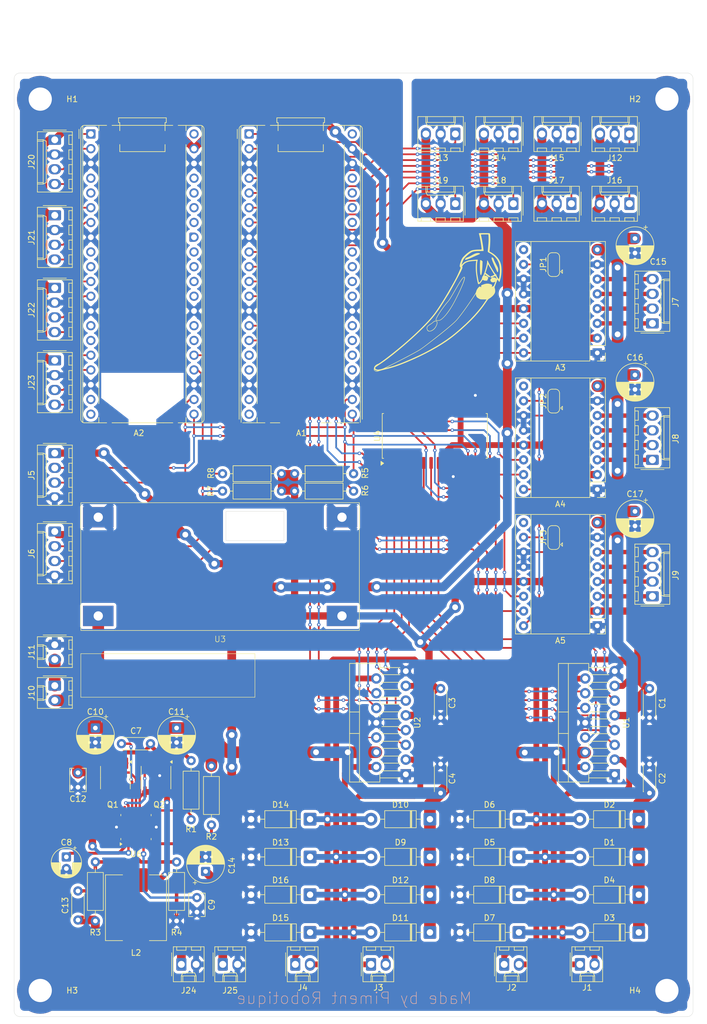
<source format=kicad_pcb>
(kicad_pcb (version 20241229) (generator "pcbnew") (generator_version "9.0")
  (layers (0 "F.Cu" signal) (2 "B.Cu" signal) (13 "F.Paste" user) (15 "B.Paste" user) (5 "F.SilkS" user "F.Silkscreen") (7 "B.SilkS" user "B.Silkscreen") (1 "F.Mask" user) (3 "B.Mask" user) (25 "Edge.Cuts" user))
  (net 0 "")
  (net 3 "I2C 0 SCL")
  (net 4 "Motor 2 Activation Pin")
  (net 5 "GNDPWR")
  (net 7 "Servo 3 PWM")
  (net 8 "Servo 8 PWM")
  (net 10 "Servo 2 PWM")
  (net 13 "+5VL")
  (net 14 "Servo 7 PWM")
  (net 16 "Servo 4 PWM")
  (net 18 "Servo 5 PWM")
  (net 20 "Motor 1 Activation Pin")
  (net 23 "Servo 1 PWM")
  (net 24 "Servo 6 PWM")
  (net 28 "Motor 3 Activation Pin")
  (net 30 "I2C 0 SDA")
  (net 33 "Motor 4 Activation Pin")
  (net 43 "I2C 1 SCL")
  (net 44 "Codeur 1 Pin 2")
  (net 48 "I2C 1 SDA")
  (net 57 "Net-(A3-MS1)")
  (net 59 "Codeur 1 Pin 1")
  (net 60 "Net-(A3-1A)")
  (net 61 "Net-(A3-1B)")
  (net 62 "Stepper 3 Sleep")
  (net 63 "Net-(A3-2A)")
  (net 64 "Steppers Dir")
  (net 65 "Stepper 3 Step")
  (net 66 "+12V")
  (net 67 "Net-(A3-2B)")
  (net 68 "Codeur 2 Pin 1")
  (net 70 "Net-(A4-1B)")
  (net 71 "Codeur 2 Pin 2")
  (net 72 "Stepper 1 Sleep")
  (net 73 "Net-(A4-2A)")
  (net 74 "Net-(A4-1A)")
  (net 75 "Codeur 3 Pin 2")
  (net 76 "Net-(A4-MS1)")
  (net 77 "Net-(A4-2B)")
  (net 78 "Stepper 1 Step")
  (net 79 "Net-(A5-MS1)")
  (net 80 "Codeur 3 Pin 1")
  (net 81 "Stepper 2 Sleep")
  (net 82 "Net-(A5-1B)")
  (net 83 "Net-(A5-1A)")
  (net 84 "Net-(A5-2A)")
  (net 85 "Stepper 2 Step")
  (net 86 "Codeur 4 Pin 1")
  (net 88 "Net-(A5-2B)")
  (net 89 "Net-(U6-SW)")
  (net 90 "Net-(U6-BST)")
  (net 91 "Net-(U6-VCC)")
  (net 92 "Net-(U6-SS)")
  (net 93 "Net-(U6-FB)")
  (net 94 "+5VP")
  (net 95 "Net-(D1-A)")
  (net 96 "Net-(D2-A)")
  (net 97 "Net-(D3-A)")
  (net 98 "Net-(D4-A)")
  (net 99 "Net-(D13-K)")
  (net 100 "Net-(D10-A)")
  (net 101 "Net-(D11-A)")
  (net 102 "Net-(D12-A)")
  (net 103 "Net-(J10-Pin_1)")
  (net 104 "Net-(Q1-G)")
  (net 105 "Net-(Q2-G)")
  (net 106 "Net-(U6-ILIM)")
  (net 107 "Net-(U6-RON)")
  (net 108 "Motor 1 Direction Pin 2")
  (net 109 "Motor 1 Direction Pin 1")
  (net 110 "Motor 2 Direction Pin 2")
  (net 111 "Motor 2 Direction Pin 1")
  (net 112 "Motor 4 Direction Pin 2")
  (net 113 "Motor 3 Direction Pin 1")
  (net 114 "Motor 3 Direction Pin 2")
  (net 115 "Motor 4 Direction Pin 1")
  (net 122 "Codeur 4 Pin 2")
  (footprint "Connector_Molex:Molex_KK-254_AE-6410-02A_1x02_P2.54mm_Vertical" (layer "F.Cu") (at 235.5 217)
    (property "Reference" "J3")
    (property "Value" "Motor 2 Conn")
  )
  (footprint "Inductor_SMD:L_APV_APH1040" (layer "F.Cu") (at 195 207.25 -90)
    (property "Reference" "L2")
    (property "Value" "1.8uH")
  )
  (footprint "Connector_Molex:Molex_KK-254_AE-6410-04A_1x04_P2.54mm_Vertical" (layer "F.Cu") (at 181 100.5 -90)
    (property "Reference" "J22")
    (property "Value" "Motor 3 Encoder")
  )
  (footprint "Connector_Molex:Molex_KK-254_AE-6410-04A_1x04_P2.54mm_Vertical" (layer "F.Cu") (at 181 113 -90)
    (property "Reference" "J23")
    (property "Value" "Motor 4 Encoder")
  )
  (footprint "MountingHole:MountingHole_4mm_Pad" (layer "F.Cu") (at 178.5 221.5)
    (property "Reference" "H3")
    (property "Value" "MountingHole_Pad")
  )
  (footprint "Module:Pololu_Breakout-16_15.2x20.3mm" (layer "F.Cu") (at 274.5 111.7 180)
    (property "Reference" "A3")
    (property "Value" "Pololu_Breakout_A4988")
  )
  (footprint "Package_SO:SOIC-8_3.9x4.9mm_P1.27mm" (layer "F.Cu") (at 198.45 184.8375 -90)
    (property "Reference" "Q2")
    (property "Value" "IRF8714PBF")
  )
  (footprint "Resistor_THT:R_Axial_DIN0207_L6.3mm_D2.5mm_P10.16mm_Horizontal" (layer "F.Cu") (at 208 182.84 -90)
    (property "Reference" "R2")
    (property "Value" "82.5kΩ")
  )
  (footprint "Connector_Molex:Molex_KK-254_AE-6410-02A_1x02_P2.54mm_Vertical" (layer "F.Cu") (at 209.96 217)
    (property "Reference" "J25")
    (property "Value" "Fan 2 Conn")
  )
  (footprint "Diode_THT:D_DO-41_SOD81_P10.16mm_Horizontal" (layer "F.Cu") (at 281.66 211.5 180)
    (property "Reference" "D3")
    (property "Value" "1N4007")
  )
  (footprint "MountingHole:MountingHole_4mm_Pad" (layer "F.Cu") (at 286.5 68)
    (property "Reference" "H2")
    (property "Value" "MountingHole_Pad")
  )
  (footprint "Connector_Molex:Molex_KK-254_AE-6410-03A_1x03_P2.54mm_Vertical" (layer "F.Cu") (at 280.04 74 180)
    (property "Reference" "J12")
    (property "Value" "Servo 4 Conn")
  )
  (footprint "Diode_THT:D_DO-41_SOD81_P10.16mm_Horizontal" (layer "F.Cu") (at 261 198.5 180)
    (property "Reference" "D5")
    (property "Value" "1N4007")
  )
  (footprint "Connector_Molex:Molex_KK-254_AE-6410-04A_1x04_P2.54mm_Vertical" (layer "F.Cu") (at 284 153.62 90)
    (property "Reference" "J9")
    (property "Value" "Stepper 3 Conn")
  )
  (footprint "Diode_THT:D_DO-41_SOD81_P10.16mm_Horizontal" (layer "F.Cu") (at 225 211.5 180)
    (property "Reference" "D15")
    (property "Value" "1N4007")
  )
  (footprint "Connector_Molex:Molex_KK-254_AE-6410-04A_1x04_P2.54mm_Vertical" (layer "F.Cu") (at 181 142.46 -90)
    (property "Reference" "J6")
    (property "Value" "I2C 1 Conn")
  )
  (footprint "Module:RaspberryPi_Pico_Common_THT" (layer "F.Cu") (at 187.22 74)
    (property "Reference" "A2")
    (property "Value" "RaspberryPi_Pico_W")
  )
  (footprint "Connector_Molex:Molex_KK-254_AE-6410-03A_1x03_P2.54mm_Vertical" (layer "F.Cu") (at 250.04 74 180)
    (property "Reference" "J13")
    (property "Value" "Servo 1 Conn")
  )
  (footprint "LOGO" (layer "F.Cu") (at 247 103)
    (property "Reference" "G***")
    (property "Value" "LOGO" (hide yes))
  )
  (footprint "Capacitor_THT:C_Disc_D4.3mm_W1.9mm_P5.00mm" (layer "F.Cu") (at 185 209.3625 90)
    (property "Reference" "C13")
    (property "Value" "120pF")
  )
  (footprint "Package_SO:HTSSOP-14-1EP_4.4x5mm_P0.65mm_EP3.4x5mm_Mask3x3.1mm" (layer "F.Cu") (at 195 193.3625 90)
    (property "Reference" "U6")
    (property "Value" "LM3150MH")
  )
  (footprint "Module:Pololu_Breakout-16_15.2x20.3mm" (layer "F.Cu") (at 274.5 135.2 180)
    (property "Reference" "A4")
    (property "Value" "Pololu_Breakout_A4988")
  )
  (footprint "Connector_Molex:Molex_KK-254_AE-6410-03A_1x03_P2.54mm_Vertical" (layer "F.Cu") (at 260.04 74 180)
    (property "Reference" "J14")
    (property "Value" "Servo 2 Conn")
  )
  (footprint "Connector_Molex:Molex_KK-254_AE-6410-02A_1x02_P2.54mm_Vertical" (layer "F.Cu") (at 258.46 217)
    (property "Reference" "J2")
    (property "Value" "Motor 1 Conn")
  )
  (footprint "Connector_Molex:Molex_KK-254_AE-6410-02A_1x02_P2.54mm_Vertical" (layer "F.Cu") (at 271.5 217)
    (property "Reference" "J1")
    (property "Value" "Motor 0 Conn")
  )
  (footprint "Jumper:SolderJumper-3_P1.3mm_Open_RoundedPad1.0x1.5mm" (layer "F.Cu") (at 267 120 90)
    (property "Reference" "JP2")
    (property "Value" "SolderJumper_3_Open")
  )
  (footprint "Capacitor_THT:C_Disc_D4.3mm_W1.9mm_P5.00mm" (layer "F.Cu") (at 283.5 182.5 -90)
    (property "Reference" "C2")
    (property "Value" "100nF")
  )
  (footprint "Diode_THT:D_DO-41_SOD81_P10.16mm_Horizontal" (layer "F.Cu") (at 261 205 180)
    (property "Reference" "D8")
    (property "Value" "1N4007")
  )
  (footprint "Capacitor_THT:CP_Radial_D6.3mm_P2.50mm" (layer "F.Cu") (at 281 139 -90)
    (property "Reference" "C17")
    (property "Value" "100uF")
  )
  (footprint "Capacitor_THT:CP_Radial_D6.3mm_P2.50mm" (layer "F.Cu") (at 281 115.5 -90)
    (property "Reference" "C16")
    (property "Value" "100uF")
  )
  (footprint "Diode_THT:D_DO-41_SOD81_P10.16mm_Horizontal" (layer "F.Cu") (at 245.66 205 180)
    (property "Reference" "D12")
    (property "Value" "1N4007")
  )
  (footprint "Diode_THT:D_DO-41_SOD81_P10.16mm_Horizontal" (layer "F.Cu") (at 261 211.5 180)
    (property "Reference" "D7")
    (property "Value" "1N4007")
  )
  (footprint "LM2596S-Module:LM2596S-Module" (layer "F.Cu") (at 209.5 148.5)
    (property "Reference" "U3")
    (property "Value" "~")
    (fp_rect (start 1 -9.5) (end 11 -4.5) (stroke (width 0.05)) (fill no) (layer "Edge.Cuts"))
  )
  (footprint "Diode_THT:D_DO-41_SOD81_P10.16mm_Horizontal" (layer "F.Cu") (at 281.66 192 180)
    (property "Reference" "D2")
    (property "Value" "1N4007")
  )
  (footprint "Package_SO:SOIC-8_3.9x4.9mm_P1.27mm" (layer "F.Cu") (at 191.45 184.8375 -90)
    (property "Reference" "Q1")
    (property "Value" "IRF8714PBF")
  )
  (footprint "Capacitor_THT:CP_Radial_D6.3mm_P2.50mm" (layer "F.Cu") (at 281 92 -90)
    (property "Reference" "C15")
    (property "Value" "100uF")
  )
  (footprint "Connector_Molex:Molex_KK-254_AE-6410-03A_1x03_P2.54mm_Vertical" (layer "F.Cu") (at 260.04 86.006999 180)
    (property "Reference" "J18")
    (property "Value" "Servo 7 Conn")
  )
  (footprint "Capacitor_THT:CP_Radial_D5.0mm_P2.00mm" (layer "F.Cu") (at 183 198.5 -90)
    (property "Reference" "C8")
    (property "Value" "2.2uF")
  )
  (footprint "Connector_Molex:Molex_KK-254_AE-6410-03A_1x03_P2.54mm_Vertical" (layer "F.Cu") (at 280.04 86 180)
    (property "Reference" "J16")
    (property "Value" "Servo 5 Conn")
  )
  (footprint "Capacitor_THT:CP_Radial_D6.3mm_P2.50mm" (layer "F.Cu") (at 202 176.294888 -90)
    (property "Reference" "C11")
    (property "Value" "10uF")
  )
  (footprint "Capacitor_THT:C_Disc_D4.3mm_W1.9mm_P5.00mm" (layer "F.Cu") (at 247.5 174.5 90)
    (property "Reference" "C3")
    (property "Value" "100nF")
  )
  (footprint "Module:RaspberryPi_Pico_Common_THT" (layer "F.Cu") (at 214.5 74)
    (property "Reference" "A1")
    (property "Value" "RaspberryPi_Pico")
  )
  (footprint "Diode_THT:D_DO-41_SOD81_P10.16mm_Horizontal" (layer "F.Cu") (at 245.66 192 180)
    (property "Reference" "D10")
    (property "Value" "1N4007")
  )
  (footprint "Connector_Molex:Molex_KK-254_AE-6410-03A_1x03_P2.54mm_Vertical" (layer "F.Cu") (at 270.04 74 180)
    (property "Reference" "J15")
    (property "Value" "Servo 3 Conn")
  )
  (footprint "Resistor_THT:R_Axial_DIN0207_L6.3mm_D2.5mm_P10.16mm_Horizontal" (layer "F.Cu") (at 222.34 132.5)
    (property "Reference" "R5")
    (property "Value" "4.7kΩ")
  )
  (footprint "Connector_Molex:Molex_KK-254_AE-6410-02A_1x02_P2.54mm_Vertical" (layer "F.Cu") (at 181 161.96 -90)
    (property "Reference" "J11")
    (property "Value" "BAU")
  )
  (footprint "Diode_THT:D_DO-41_SOD81_P10.16mm_Horizontal" (layer "F.Cu") (at 225 205 180)
    (property "Reference" "D16")
    (property "Value" "1N4007")
  )
  (footprint "Jumper:SolderJumper-3_P1.3mm_Open_RoundedPad1.0x1.5mm" (layer "F.Cu") (at 267 96.5 90)
    (property "Reference" "JP1")
    (property "Value" "SolderJumper_3_Open")
  )
  (footprint "Capacitor_THT:C_Disc_D3.8mm_W2.6mm_P2.50mm" (layer "F.Cu") (at 185 184 -90)
    (property "Reference" "C12")
    (property "Value" "100nF")
  )
  (footprint "Capacitor_THT:C_Disc_D4.3mm_W1.9mm_P5.00mm" (layer "F.Cu") (at 283.5 169.5 -90)
    (property "Reference" "C1")
    (property "Value" "100nF")
  )
  (footprint "Package_SO:SOIC-28W_7.5x17.9mm_P1.27mm" (layer "F.Cu") (at 246.5 126 90)
    (property "Reference" "U4")
    (property "Value" "MCP23017_SO")
  )
  (footprint "Connector_Molex:Molex_KK-254_AE-6410-04A_1x04_P2.54mm_Vertical" (layer "F.Cu") (at 181 75 -90)
    (property "Reference" "J20")
    (property "Value" "Motor 1 Encoder")
  )
  (footprint "Diode_THT:D_DO-41_SOD81_P10.16mm_Horizontal" (layer "F.Cu") (at 281.66 205 180)
    (property "Reference" "D4")
    (property "Value" "1N4007")
  )
  (footprint "Module:Pololu_Breakout-16_15.2x20.3mm" (layer "F.Cu") (at 274.5 158.7 180)
    (property "Reference" "A5")
    (property "Value" "Pololu_Breakout_A4988")
  )
  (footprint "Connector_Molex:Molex_KK-254_AE-6410-03A_1x03_P2.54mm_Vertical" (layer "F.Cu") (at 270.04 86 180)
    (property "Reference" "J17")
    (property "Value" "Servo 6 Conn")
  )
  (footprint "Capacitor_THT:C_Disc_D4.3mm_W1.9mm_P5.00mm" (layer "F.Cu") (at 192.5 179)
    (property "Reference" "C7")
    (property "Value" "470nF")
  )
  (footprint "Diode_THT:D_DO-41_SOD81_P10.16mm_Horizontal" (layer "F.Cu") (at 281.66 198.5 180)
    (property "Reference" "D1")
    (property "Value" "1N4007")
  )
  (footprint "Resistor_THT:R_Axial_DIN0207_L6.3mm_D2.5mm_P10.16mm_Horizontal" (layer "F.Cu") (at 222.34 135.5)
    (property "Reference" "R6")
    (property "Value" "4.7kΩ")
  )
  (footprint "Diode_THT:D_DO-41_SOD81_P10.16mm_Horizontal" (layer "F.Cu") (at 245.66 198.5 180)
    (property "Reference" "D9")
    (property "Value" "1N4007")
  )
  (footprint "Resistor_THT:R_Axial_DIN0207_L6.3mm_D2.5mm_P10.16mm_Horizontal" (layer "F.Cu") (at 220.08 135.5 180)
    (property "Reference" "R7")
    (property "Value" "4.7kΩ")
  )
  (footprint "MountingHole:MountingHole_4mm_Pad" (layer "F.Cu") (at 286.5 221.5)
    (property "Reference" "H4")
    (property "Value" "MountingHole_Pad")
  )
  (footprint "Resistor_THT:R_Axial_DIN0207_L6.3mm_D2.5mm_P10.16mm_Horizontal" (layer "F.Cu") (at 202 199.3625 -90)
    (property "Reference" "R4")
    (property "Value" "10kΩ")
  )
  (footprint "Capacitor_THT:CP_Radial_D6.3mm_P2.50mm" (layer "F.Cu") (at 207 201 90)
    (property "Reference" "C14")
    (property "Value" "120uF")
  )
  (footprint "Package_TO_SOT_THT:TO-220-15_P2.54x5.08mm_StaggerOdd_Lead4.58mm_Vertical" (layer "F.Cu") (at 277.5 184.28 90)
    (property "Reference" "U1")
    (property "Value" "L298HN")
  )
  (footprint "MountingHole:MountingHole_4mm_Pad" (layer "F.Cu") (at 178.5 68)
    (property "Reference" "H1")
    (property "Value" "MountingHole_Pad")
  )
  (footprint "Capacitor_THT:C_Disc_D4.3mm_W1.9mm_P5.00mm" (layer "F.Cu") (at 247.5 187.5 90)
    (property "Reference" "C4")
    (property "Value" "100nF")
  )
  (footprint "Resistor_THT:R_Axial_DIN0207_L6.3mm_D2.5mm_P10.16mm_Horizontal" (layer "F.Cu") (at 188 199.3625 -90)
    (property "Reference" "R3")
    (property "Value" "73.2kΩ")
  )
  (footprint "Capacitor_THT:C_Disc_D3.8mm_W2.6mm_P2.50mm" (layer "F.Cu") (at 205.5 205.5 -90)
    (property "Reference" "C9")
    (property "Value" "15nF")
  )
  (footprint "Connector_Molex:Molex_KK-254_AE-6410-04A_1x04_P2.54mm_Vertical" (layer "F.Cu") (at 181 128.96 -90)
    (property "Reference" "J5")
    (property "Value" "I2C 0 Conn")
  )
  (footprint "Diode_THT:D_DO-41_SOD81_P10.16mm_Horizontal" (layer "F.Cu") (at 245.66 211.5 180)
    (property "Reference" "D11")
    (property "Value" "1N4007")
  )
  (footprint "Resistor_THT:R_Axial_DIN0207_L6.3mm_D2.5mm_P10.16mm_Horizontal" (layer "F.Cu") (at 220.08 132.5 180)
    (property "Reference" "R8")
    (property "Value" "4.7kΩ")
  )
  (footprint "Connector_Molex:Molex_KK-254_AE-6410-04A_1x04_P2.54mm_Vertical" (layer "F.Cu") (at 181 88 -90)
    (property "Reference" "J21")
    (property "Value" "Motor 2 Encoder")
  )
  (footprint "Connector_Molex:Molex_KK-254_AE-6410-03A_1x03_P2.54mm_Vertical" (layer "F.Cu") (at 250.04 86 180)
    (property "Reference" "J19")
    (property "Value" "Servo 8 Conn")
  )
  (footprint "Package_TO_SOT_THT:TO-220-15_P2.54x5.08mm_StaggerOdd_Lead4.58mm_Vertical" (layer "F.Cu") (at 241.5 184.28 90)
    (property "Reference" "U2")
    (property "Value" "L298HN")
  )
  (footprint "Jumper:SolderJumper-3_P1.3mm_Open_RoundedPad1.0x1.5mm" (layer "F.Cu") (at 267 143.5 90)
    (property "Reference" "JP3")
    (property "Value" "SolderJumper_3_Open")
  )
  (footprint "Diode_THT:D_DO-41_SOD81_P10.16mm_Horizontal" (layer "F.Cu") (at 261 192 180)
    (property "Reference" "D6")
    (property "Value" "1N4007")
  )
  (footprint "Connector_Molex:Molex_KK-254_AE-6410-04A_1x04_P2.54mm_Vertical" (layer "F.Cu") (at 284 130.12 90)
    (property "Reference" "J8")
    (property "Value" "Stepper 2 Conn")
  )
  (footprint "Diode_THT:D_DO-41_SOD81_P10.16mm_Horizontal" (layer "F.Cu") (at 225 192 180)
    (property "Reference" "D14")
    (property "Value" "1N4007")
  )
  (footprint "Connector_Molex:Molex_KK-254_AE-6410-02A_1x02_P2.54mm_Vertical" (layer "F.Cu") (at 222.46 217)
    (property "Reference" "J4")
    (property "Value" "Motor 3 Conn")
  )
  (footprint "Connector_Molex:Molex_KK-254_AE-6410-04A_1x04_P2.54mm_Vertical" (layer "F.Cu") (at 284 106.62 90)
    (property "Reference" "J7")
    (property "Value" "Stepper 1 Conn")
  )
  (footprint "Capacitor_THT:CP_Radial_D6.3mm_P2.50mm" (layer "F.Cu") (at 188 176.294888 -90)
    (property "Reference" "C10")
    (property "Value" "10uF")
  )
  (footprint "Diode_THT:D_DO-41_SOD81_P10.16mm_Horizontal" (layer "F.Cu") (at 225 198.5 180)
    (property "Reference" "D13")
    (property "Value" "1N4007")
  )
  (footprint "Resistor_THT:R_Axial_DIN0207_L6.3mm_D2.5mm_P10.16mm_Horizontal" (layer "F.Cu") (at 204.5 192.08 90)
    (property "Reference" "R1")
    (property "Value" "665Ω")
  )
  (footprint "Connector_Molex:Molex_KK-254_AE-6410-02A_1x02_P2.54mm_Vertical" (layer "F.Cu") (at 202.82 217)
    (property "Reference" "J24")
    (property "Value" "Fan 1 Conn")
  )
  (footprint "Connector_Molex:Molex_KK-254_AE-6410-02A_1x02_P2.54mm_Vertical" (layer "F.Cu") (at 181 169 -90)
    (property "Reference" "J10")
    (property "Value" "12V Battery")
  )
  (gr_arc (start 259 88.25) (mid 259.707107 88.542893) (end 260 89.25) (stroke (width 0.5)) (layer "B.Cu") (net 5))
  (gr_arc (start 260 163.75) (mid 259.707107 164.457107) (end 259 164.75) (stroke (width 0.5)) (layer "B.Cu") (net 5))
  (gr_arc (start 189.75 164.75) (mid 188.75 163.75) (end 189.75 162.75) (stroke (width 0.5)) (layer "B.Cu") (net 5))
  (gr_arc (start 241.75 90.25) (mid 241.042893 89.957107) (end 240.75 89.25) (stroke (width 0.5)) (layer "B.Cu") (net 5))
  (gr_line (start 215.5 171) (end 185.5 171) (stroke (width 0.08382)) (layer "F.SilkS"))
  (gr_line (start 215.5 163.5) (end 215.5 171) (stroke (width 0.08382)) (layer "F.SilkS"))
  (gr_line (start 185.5 163.5) (end 215.5 163.5) (stroke (width 0.08382)) (layer "F.SilkS"))
  (gr_line (start 185.5 163.5) (end 185.5 171) (stroke (width 0.08382)) (layer "F.SilkS"))
  (gr_line (start 175 63.5) (end 290 63.5) (stroke (width 0.05)) (layer "Edge.Cuts"))
  (gr_arc (start 291 225) (mid 290.707107 225.707107) (end 290 226) (stroke (width 0.05)) (layer "Edge.Cuts"))
  (gr_arc (start 175 226) (mid 174.292893 225.707107) (end 174 225) (stroke (width 0.05)) (layer "Edge.Cuts"))
  (gr_arc (start 174 64.5) (mid 174.292893 63.792893) (end 175 63.5) (stroke (width 0.05)) (layer "Edge.Cuts"))
  (gr_line (start 174 225) (end 174 64.5) (stroke (width 0.05)) (layer "Edge.Cuts"))
  (gr_line (start 291 64.5) (end 291 225) (stroke (width 0.05)) (layer "Edge.Cuts"))
  (gr_line (start 290 226) (end 175 226) (stroke (width 0.05)) (layer "Edge.Cuts"))
  (gr_arc (start 290 63.5) (mid 290.707107 63.792893) (end 291 64.5) (stroke (width 0.05)) (layer "Edge.Cuts"))
  (gr_text "Made by Piment Robotique" (at 253 224 0) (layer "B.SilkS") (effects (font (size 2 2) (thickness 0.1)) (justify left bottom mirror)))
  (segment (start 203.5 124.5) (end 203.5 133) (width 0.3) (layer "F.Cu") (net 3))
  (segment (start 252.215 130.65) (end 252.215 128.58) (width 0.3) (layer "F.Cu") (net 3))
  (segment (start 231 134) (end 232.5 135.5) (width 0.3) (layer "F.Cu") (net 3))
  (segment (start 203.5 124.5) (end 203.5 120.5) (width 0.3) (layer "F.Cu") (net 3))
  (segment (start 231 124.5) (end 231 120) (width 0.3) (layer "F.Cu") (net 3))
  (segment (start 204.28 119.72) (end 205 119.72) (width 0.3) (layer "F.Cu") (net 3))
  (segment (start 231.28 119.72) (end 232.28 119.72) (width 0.3) (layer "F.Cu") (net 3))
  (segment (start 231 127) (end 231 134) (width 0.3) (layer "F.Cu") (net 3))
  (segment (start 231 120) (end 231.28 119.72) (width 0.3) (layer "F.Cu") (net 3))
  (segment (start 203.5 120.5) (end 204.28 119.72) (width 0.3) (layer "F.Cu") (net 3))
  (segment (start 203.5 133) (end 202.46 134.04) (width 0.3) (layer "F.Cu") (net 3))
  (segment (start 202.46 134.04) (end 181 134.04) (width 0.3) (layer "F.Cu") (net 3))
  (segment (start 209.5 124.5) (end 231 124.5) (width 0.3) (layer "F.Cu") (net 3))
  (via (at 209.5 124.5) (size 0.6) (drill 0.3) (layers "F.Cu" "B.Cu") (net 3))
  (via (at 203.5 124.5) (size 0.6) (drill 0.3) (layers "F.Cu" "B.Cu") (net 3))
  (via (at 231 124.5) (size 0.6) (drill 0.3) (layers "F.Cu" "B.Cu") (net 3))
  (via (at 252.215 128.58) (size 0.6) (drill 0.3) (layers "F.Cu" "B.Cu") (net 3))
  (via (at 231 127) (size 0.6) (drill 0.3) (layers "F.Cu" "B.Cu") (net 3))
  (segment (start 231.5 127.5) (end 231 127) (width 0.3) (layer "B.Cu") (net 3))
  (segment (start 252.215 128.58) (end 251.135 127.5) (width 0.3) (layer "B.Cu") (net 3))
  (segment (start 251.135 127.5) (end 231.5 127.5) (width 0.3) (layer "B.Cu") (net 3))
  (segment (start 203.5 124.5) (end 209.5 124.5) (width 0.3) (layer "B.Cu") (net 3))
  (segment (start 231 127) (end 231 124.5) (width 0.3) (layer "B.Cu") (net 3))
  (segment (start 229.5 101.5) (end 227.4 99.4) (width 0.3) (layer "F.Cu") (net 4))
  (segment (start 236 131) (end 234 129) (width 0.3) (layer "F.Cu") (net 4))
  (segment (start 255.5 149.5) (end 255.5 146) (width 0.3) (layer "F.Cu") (net 4))
  (segment (start 229.5 123.5) (end 229.5 101.5) (width 0.3) (layer "F.Cu") (net 4))
  (segment (start 275.75 163.25) (end 275.75 162.75) (width 0.3) (layer "F.Cu") (net 4))
  (segment (start 255.5 146) (end 253.5 144) (width 0.3) (layer "F.Cu") (net 4))
  (segment (start 255.5 160) (end 255.5 152.5) (width 0.3) (layer "F.Cu") (net 4))
  (segment (start 275.75 162.75) (end 274 161) (width 0.3) (layer "F.Cu") (net 4))
  (segment (start 236 143) (end 236 131) (width 0.3) (layer "F.Cu") (net 4))
  (segment (start 237 144) (end 236 143) (width 0.3) (layer "F.Cu") (net 4))
  (segment (start 274 161) (end 256.5 161) (width 0.3) (layer "F.Cu") (net 4))
  (segment (start 253.5 144) (end 248 144) (width 0.3) (layer "F.Cu") (net 4))
  (segment (start 256.5 161) (end 255.5 160) (width 0.3) (layer "F.Cu") (net 4))
  (segment (start 275.75 165.75) (end 275.75 169.86) (width 0.3) (layer "F.Cu") (net 4))
  (segment (start 275.75 169.86) (end 277.5 171.61) (width 0.3) (layer "F.Cu") (net 4))
  (segment (start 227.4 99.4) (end 214.5 99.4) (width 0.3) (layer "F.Cu") (net 4))
  (segment (start 234 129) (end 233.5 129) (width 0.3) (layer "F.Cu") (net 4))
  (via (at 233.5 129) (size 0.6) (drill 0.3) (layers "F.Cu" "B.Cu") (net 4))
  (via (at 229.5 123.5) (size 0.6) (drill 0.3) (layers "F.Cu" "B.Cu") (net 4))
  (via (at 255.5 149.5) (size 0.6) (drill 0.3) (layers "F.Cu" "B.Cu") (net 4))
  (via (at 275.75 163.25) (size 0.6) (drill 0.3) (layers "F.Cu" "B.Cu") (net 4))
  (via (at 275.75 165.75) (size 0.6) (drill 0.3) (layers "F.Cu" "B.Cu") (net 4))
  (via (at 237 144) (size 0.6) (drill 0.3) (layers "F.Cu" "B.Cu") (net 4))
  (via (at 248 144) (size 0.6) (drill 0.3) (layers "F.Cu" "B.Cu") (net 4))
  (via (at 255.5 152.5) (size 0.6) (drill 0.3) (layers "F.Cu" "B.Cu") (net 4))
  (segment (start 230.5 129) (end 233.5 129) (width 0.3) (layer "B.Cu") (net 4))
  (segment (start 255.5 152.5) (end 255.5 149.5) (width 0.3) (layer "B.Cu") (net 4))
  (segment (start 229.5 128) (end 230.5 129) (width 0.3) (layer "B.Cu") (net 4))
  (segment (start 275.75 163.25) (end 275.75 165.75) (width 0.3) (layer "B.Cu") (net 4))
  (segment (start 229.5 123.5) (end 229.5 128) (width 0.3) (layer "B.Cu") (net 4))
  (segment (start 237 144) (end 248 144) (width 0.3) (layer "B.Cu") (net 4))
  (segment (start 195.65 194.0125) (end 195 193.3625) (width 0.5) (layer "F.Cu") (net 5))
  (segment (start 199.085 182.3625) (end 197.815 182.3625) (width 1) (layer "F.Cu") (net 5))
  (segment (start 196.3 192.0625) (end 195 193.3625) (width 0.5) (layer "F.Cu") (net 5))
  (segment (start 261.8 99) (end 265.8 99) (width 0.3) (layer "F.Cu") (net 5))
  (segment (start 261.8 122.5) (end 265.8 122.5) (width 0.3) (layer "F.Cu") (net 5))
  (segment (start 265.8 122.5) (end 267 121.3) (width 0.3) (layer "F.Cu") (net 5))
  (segment (start 261.8 146) (end 265.8 146) (width 0.3) (layer "F.Cu") (net 5))
  (segment (start 205.5 198.5) (end 207 198.5) (width 0.6) (layer "F.Cu") (net 5))
  (segment (start 195 193.3625) (end 194.3625 193.3625) (width 0.5) (layer "F.Cu") (net 5))
  (segment (start 193.05 192.05) (end 193.05 190.5) (width 0.5) (layer "F.Cu") (net 5))
  (segment (start 265.8 99) (end 267 97.8) (width 0.3) (layer "F.Cu") (net 5))
  (segment (start 195 193.3625) (end 191.6375 193.3625) (width 1) (layer "F.Cu") (net 5))
  (segment (start 196.3 190.5) (end 196.3 192.0625) (width 0.5) (layer "F.Cu") (net 5))
  (segment (start 200.355 182.3625) (end 199.085 182.3625) (width 1) (layer "F.Cu") (net 5))
  (segment (start 202 209.5225) (end 202 202) (width 0.6) (layer "F.Cu") (net 5))
  (segment (start 249.675 130.65) (end 249.675 133) (width 1) (layer "F.Cu") (net 5))
  (segment (start 202 202) (end 205.5 198.5) (width 0.6) (layer "F.Cu") (net 5))
  (segment (start 195.65 196.225) (end 195.65 194.0125) (width 0.5) (layer "F.Cu") (net 5))
  (segment (start 253.485 121.35) (end 252.215 121.35) (width 0.6) (layer "F.Cu") (net 5))
  (segment (start 254.755 121.35) (end 253.485 121.35) (width 0.6) (layer "F.Cu") (net 5))
  (segment (start 265.8 146) (end 267 144.8) (width 0.3) (layer "F.Cu") (net 5))
  (segment (start 195 193.3625) (end 198.5 193.3625) (width 1) (layer "F.Cu") (net 5))
  (segment (start 194.3625 193.3625) (end 193.05 192.05) (width 0.5) (layer "F.Cu") (net 5))
  (segment (start 253.485 121.35) (end 253.485 119.015) (width 0.6) (layer "F.Cu") (net 5))
  (segment (start 199.085 184.5) (end 199.085 182.3625) (width 1) (layer "F.Cu") (net 5))
  (via (at 198.5 193.3625) (size 1) (drill 0.5) (layers "F.Cu" "B.Cu") (net 5))
  (via (at 191.6375 193.3625) (size 1) (drill 0.5) (layers "F.Cu" "B.Cu") (net 5))
  (via (at 199.085 184.5) (size 1) (drill 0.5) (layers "F.Cu" "B.Cu") (net 5))
  (via (at 253.485 119.015) (size 1) (drill 0.5) (layers "F.Cu" "B.Cu") (net 5))
  (via (at 249.675 133) (size 1) (drill 0.5) (layers "F.Cu" "B.Cu") (net 5))
  (segment (start 222.616 81.62) (end 214.5 81.62) (width 0.3) (layer "F.Cu") (net 7))
  (segment (start 243.5 78.5) (end 236 78.5) (width 0.3) (layer "F.Cu") (net 7))
  (segment (start 246.5 78.5) (end 253.5 78.5) (width 0.3) (layer "F.Cu") (net 7))
  (segment (start 224 80.236) (end 222.616 81.62) (width 0.3) (layer "F.Cu") (net 7))
  (segment (start 270.04 77.46) (end 269 78.5) (width 0.3) (layer "F.Cu") (net 7))
  (segment (start 234.264 80.236) (end 224 80.236) (width 0.3) (layer "F.Cu") (net 7))
  (segment (start 269 78.5) (end 266.5 78.5) (width 0.3) (layer "F.Cu") (net 7))
  (segment (start 263.5 78.5) (end 256.5 78.5) (width 0.3) (layer "F.Cu") (net 7))
  (segment (start 270.04 74) (end 270.04 77.46) (width 0.3) (layer "F.Cu") (net 7))
  (segment (start 236 78.5) (end 234.264 80.236) (width 0.3) (layer "F.Cu") (net 7))
  (via (at 253.5 78.5) (size 0.6) (drill 0.3) (layers "F.Cu" "B.Cu") (net 7))
  (via (at 266.5 78.5) (size 0.6) (drill 0.3) (layers "F.Cu" "B.Cu") (net 7))
  (via (at 256.5 78.5) (size 0.6) (drill 0.3) (layers "F.Cu" "B.Cu") (net 7))
  (via (at 243.5 78.5) (size 0.6) (drill 0.3) (layers "F.Cu" "B.Cu") (net 7))
  (via (at 263.5 78.5) (size 0.6) (drill 0.3) (layers "F.Cu" "B.Cu") (net 7))
  (via (at 246.5 78.5) (size 0.6) (drill 0.3) (layers "F.Cu" "B.Cu") (net 7))
  (segment (start 246.5 78.5) (end 243.5 78.5) (width 0.3) (layer "B.Cu") (net 7))
  (segment (start 266.5 78.5) (end 263.5 78.5) (width 0.3) (layer "B.Cu") (net 7))
  (segment (start 256.5 78.5) (end 253.5 78.5) (width 0.3) (layer "B.Cu") (net 7))
  (segment (start 250.04 84.54) (end 250.04 86) (width 0.3) (layer "F.Cu") (net 8))
  (segment (start 233.831 93.169) (end 224 93.169) (width 0.3) (layer "F.Cu") (net 8))
  (segment (start 246.5 83.5) (end 249 83.5) (width 0.3) (layer "F.Cu") (net 8))
  (segment (start 220.309 96.86) (end 214.5 96.86) (width 0.3) (layer "F.Cu") (net 8))
  (segment (start 224 93.169) (end 220.309 96.86) (width 0.3) (layer "F.Cu") (net 8))
  (segment (start 249 83.5) (end 250.04 84.54) (width 0.3) (layer "F.Cu") (net 8))
  (segment (start 243.5 83.5) (end 233.831 93.169) (width 0.3) (layer "F.Cu") (net 8))
  (via (at 246.5 83.5) (size 0.6) (drill 0.3) (layers "F.Cu" "B.Cu") (net 8))
  (via (at 243.5 83.5) (size 0.6) (drill 0.3) (layers "F.Cu" "B.Cu") (net 8))
  (segment (start 246.5 83.5) (end 243.5 83.5) (width 0.3) (layer "B.Cu") (net 8))
  (segment (start 234.5 77.5) (end 234.076 77.924) (width 0.3) (layer "F.Cu") (net 10))
  (segment (start 243.5 77.5) (end 234.5 77.5) (width 0.3) (layer "F.Cu") (net 10))
  (segment (start 222.54 76.54) (end 214.5 76.54) (width 0.3) (layer "F.Cu") (net 10))
  (segment (start 253.5 77.5) (end 246.5 77.5) (width 0.3) (layer "F.Cu") (net 10))
  (segment (start 259 77.5) (end 260.04 76.46) (width 0.3) (layer "F.Cu") (net 10))
  (segment (start 223.924 77.924) (end 222.54 76.54) (width 0.3) (layer "F.Cu") (net 10))
  (segment (start 260.04 76.46) (end 260.04 74) (width 0.3) (layer "F.Cu") (net 10))
  (segment (start 256.5 77.5) (end 259 77.5) (width 0.3) (layer "F.Cu") (net 10))
  (segment (start 234.076 77.924) (end 223.924 77.924) (width 0.3) (layer "F.Cu") (net 10))
  (via (at 253.5 77.5) (size 0.6) (drill 0.3) (layers "F.Cu" "B.Cu") (net 10))
  (via (at 243.5 77.5) (size 0.6) (drill 0.3) (layers "F.Cu" "B.Cu") (net 10))
  (via (at 256.5 77.5) (size 0.6) (drill 0.3) (layers "F.Cu" "B.Cu") (net 10))
  (via (at 246.5 77.5) (size 0.6) (drill 0.3) (layers "F.Cu" "B.Cu") (net 10))
  (segment (start 246.5 77.5) (end 243.5 77.5) (width 0.3) (layer "B.Cu") (net 10))
  (segment (start 256.5 77.5) (end 253.5 77.5) (width 0.3) (layer "B.Cu") (net 10))
  (segment (start 270.16 132.66) (end 270.16 143.5) (width 1.25) (layer "F.Cu") (net 13))
  (segment (start 180 88) (end 179.079 88.921) (width 1.25) (layer "F.Cu") (net 13))
  (segment (start 189.46 128.96) (end 181 128.96) (width 1.25) (layer "F.Cu") (net 13))
  (segment (start 179.079 99.579) (end 180 100.5) (width 1.25) (layer "F.Cu") (net 13))
  (segment (start 267 95.2) (end 269.2 95.2) (width 0.3) (layer "F.Cu") (net 13))
  (segment (start 180 88) (end 181 88) (width 1.25) (layer "F.Cu") (net 13))
  (segment (start 250 154) (end 252.92 151.08) (width 1.25) (layer "F.Cu") (net 13))
  (segment (start 230.5 157) (end 223.34 157) (width 1.25) (layer "F.Cu") (net 13))
  (segment (start 245.5 168.28) (end 246.72 169.5) (width 1.25) (layer "F.Cu") (net 13))
  (segment (start 222.34 156) (end 222.34 149.5) (width 1.25) (layer "F.Cu") (net 13))
  (segment (start 265.08 151.08) (end 270.16 146) (width 1.25) (layer "F.Cu") (net 13))
  (segment (start 179.079 112.079) (end 180 113) (width 1.25) (layer "F.Cu") (net 13))
  (segment (start 274.5 132.66) (end 270.16 132.66) (width 1.25) (layer "F.Cu") (net 13))
  (segment (start 209.54 72) (end 205 76.54) (width 1.25) (layer "F.Cu") (net 13))
  (segment (start 220.84 148) (end 222.34 149.5) (width 1.25) (layer "F.Cu") (net 13))
  (segment (start 222.34 132.5) (end 222.34 133.24) (width 1.25) (layer "F.Cu") (net 13))
  (segment (start 227.74 72) (end 209.54 72) (width 1.25) (layer "F.Cu") (net 13))
  (segment (start 267 118.7) (end 270.16 118.7) (width 0.3) (layer "F.Cu") (net 13))
  (segment (start 245.5 173) (end 244.38 174.12) (width 1.25) (layer "F.Cu") (net 13))
  (segment (start 270.16 156.16) (end 265.08 151.08) (width 1.25) (layer "F.Cu") (net 13))
  (segment (start 180 100.5) (end 181 100.5) (width 1.25) (layer "F.Cu") (net 13))
  (segment (start 268.92 104.08) (end 265.08 104.08) (width 0.3) (layer "F.Cu") (net 13))
  (segment (start 244.38 174.12) (end 241.5 174.12) (width 1.25) (layer "F.Cu") (net 13))
  (segment (start 280.2 174.15) (end 281.5 172.85) (width 1.25) (layer "F.Cu") (net 13))
  (segment (start 270 103) (end 268.92 104.08) (width 0.3) (layer "F.Cu") (net 13))
  (segment (start 250.945 121.35) (end 250.945 127.58) (width 1) (layer "F.Cu") (net 13))
  (segment (start 205 76.54) (end 200.48 72.02) (width 1.25) (layer "F.Cu") (net 13))
  (segment (start 261.8 104.08) (end 265.08 104.08) (width 1.25) (layer "F.Cu") (net 13))
  (segment (start 283 169.5) (end 283.5 169.5) (width 1.25) (layer "F.Cu") (net 13))
  (segment (start 270.16 122.5) (end 265.08 127.58) (width 1.25) (layer "F.Cu") (net 13))
  (segment (start 208.5 148) (end 220.84 148) (width 1.25) (layer "F.Cu") (net 13))
  (segment (start 181 75) (end 180 75) (width 1.25) (layer "F.Cu") (net 13))
  (segment (start 179.079 88.921) (end 179.079 99.579) (width 1.25) (layer "F.Cu") (net 13))
  (segment (start 270.16 132.66) (end 265.08 127.58) (width 1.25) (layer "F.Cu") (net 13))
  (segment (start 265.08 151.08) (end 261.8 151.08) (width 1.25) (layer "F.Cu") (net 13))
  (segment (start 274.5 156.16) (end 280.16 156.16) (width 1.25) (layer "F.Cu") (net 13))
  (segment (start 245.5 170.72) (end 245.5 173) (width 1.25) (layer "F.Cu") (net 13))
  (segment (start 222.34 135.5) (end 222.34 134.76) (width 1.25) (layer "F.Cu") (net 13))
  (segment (start 180 100.5) (end 179.079 101.421) (width 1.25) (layer "F.Cu") (net 13))
  (segment (start 252.92 151.08) (end 261.8 151.08) (width 1.25) (layer "F.Cu") (net 13))
  (segment (start 222.34 135.5) (end 222.34 132.5) (width 1.25) (layer "F.Cu") (net 13))
  (segment (start 245.5 163) (end 245.5 168.28) (width 1.25) (layer "F.Cu") (net 13))
  (segment (start 229.37 73.63) (end 227.74 72) (width 1.25) (layer "F.Cu") (net 13))
  (segment (start 248.83 104.08) (end 261.8 104.08) (width 1.25) (layer "F.Cu") (net 13))
  (segment (start 203.5 143) (end 181.54 143) (width 1.25) (layer "F.Cu") (net 13))
  (segment (start 277.34 174.15) (end 280.2 174.15) (width 1.25) (layer "F.Cu") (net 13))
  (segment (start 223.34 157) (end 222.34 156) (width 1.25) (layer "F.Cu") (net 13))
  (segment (start 222.34 133.24) (end 220.08 135.5) (width 1.25) (layer "F.Cu") (net 13))
  (segment (start 269.2 95.2) (end 270 96) (width 0.3) (layer "F.Cu") (net 13))
  (segment (start 220.08 135.5) (end 220.08 132.5) (width 1.25) (layer "F.Cu") (net 13))
  (segment (start 270.16 143.5) (end 270.16 146) (width 1.25) (layer "F.Cu") (net 13))
  (segment (start 181.54 143) (end 181 142.46) (width 1.25) (layer "F.Cu") (net 13))
  (segment (start 222.34 135.5) (end 220.08 135.5) (width 1.25) (layer "F.Cu") (net 13))
  (segment (start 249.515 127.58) (end 248.405 128.69) (width 1) (layer "F.Cu") (net 13))
  (segment (start 222.34 149.5) (end 222.34 135.5) (width 1.25) (layer "F.Cu") (net 13))
  (segment (start 179.079 87.079) (end 180 88) (width 1.25) (layer "F.Cu") (net 13))
  (segment (start 183.98 72.02) (end 181 75) (width 1.25) (layer "F.Cu") (net 13))
  (segment (start 248.405 128.69) (end 248.405 130.65) (width 1) (layer "F.Cu") (net 13))
  (segment (start 281.5 168) (end 283 169.5) (width 1.25) (layer "F.Cu") (net 13))
  (segment (start 265.08 127.58) (end 261.8 127.58) (width 1.25) (layer "F.Cu") (net 13))
  (segment (start 250 155.5) (end 250 154) (width 1.25) (layer "F.Cu") (net 13))
  (segment (start 280.16 156.16) (end 281.5 157.5) (width 1.25) (layer "F.Cu") (net 13))
  (segment (start 200.48 72.02) (end 183.98 72.02) (width 1.25) (layer "F.Cu") (net 13))
  (segment (start 246.72 169.5) (end 245.5 170.72) (width 1.25) (layer "F.Cu") (net 13))
  (segment (start 270.16 120) (end 270.16 122.5) (width 1.25) (layer "F.Cu") (net 13))
  (segment (start 270.16 109.16) (end 274.5 109.16) (width 1.25) (layer "F.Cu") (net 13))
  (segment (start 220.08 132.5) (end 222.34 132.5) (width 1.25) (layer "F.Cu") (net 13))
  (segment (start 179.079 75.921) (end 179.079 87.079) (width 1.25) (layer "F.Cu") (net 13))
  (segment (start 261.8 127.58) (end 249.515 127.58) (width 1) (layer "F.Cu") (net 13))
  (segment (start 267 142.2) (end 270.16 142.2) (width 0.3) (layer "F.Cu") (net 13))
  (segment (start 237.5 92.75) (end 248.83 104.08) (width 1.25) (layer "F.Cu") (net 13))
  (segment (start 180 113) (end 181 113) (width 1.25) (layer "F.Cu") (net 13))
  (segment (start 203.5 143) (end 196.5 136) (width 1.25) (layer "F.Cu") (net 13))
  (segment (start 274.5 156.16) (end 270.16 156.16) (width 1.25) (layer "F.Cu") (net 13))
  (segment (start 281.5 172.85) (end 281.5 171) (width 1.25) (layer "F.Cu") (net 13))
  (segment (start 281.5 157.5) (end 281.5 168) (width 1.25) (layer "F.Cu") (net 13))
  (segment (start 270.16 109.16) (end 270.16 120) (width 1.25) (layer "F.Cu") (net 13))
  (segment (start 246.72 169.5) (end 247.5 169.5) (width 1.25) (layer "F.Cu") (net 13))
  (segment (start 270 96) (end 270 103) (width 0.3) (layer "F.Cu") (net 13))
  (segment (start 244 161.5) (end 245.5 163) (width 1.25) (layer "F.Cu") (net 13))
  (segment (start 180 75) (end 179.079 75.921) (width 1.25) (layer "F.Cu") (net 13))
  (segment (start 179.079 101.421) (end 179.079 112.079) (width 1.25) (layer "F.Cu") (net 13))
  (segment (start 222.34 134.76) (end 220.08 132.5) (width 1.25) (layer "F.Cu") (net 13))
  (segment (start 265.08 104.08) (end 270.16 109.16) (width 1.25) (layer "F.Cu") (net 13))
  (segment (start 281.5 171) (end 283 169.5) (width 1.25) (layer "F.Cu") (net 13))
  (via (at 208.5 148) (size 2) (drill 1) (layers "F.Cu" "B.Cu") (net 13))
  (via (at 229.37 73.63) (size 2) (drill 1) (layers "F.Cu" "B.Cu") (net 13))
  (via (at 203.5 143) (size 2) (drill 1) (layers "F.Cu" "B.Cu") (net 13))
  (via (at 196.5 136) (size 2) (drill 1) (layers "F.Cu" "B.Cu") (net 13))
  (via (at 237.5 92.75) (size 2) (drill 1) (layers "F.Cu" "B.Cu") (net 13))
  (via (at 244 161.5) (size 2) (drill 1) (layers "F.Cu" "B.Cu") (net 13))
  (via (at 189.46 128.96) (size 2) (drill 1) (layers "F.Cu" "B.Cu") (net 13))
  (via (at 250 155.5) (size 2) (drill 1) (layers "F.Cu" "B.Cu") (net 13))
  (segment (start 237.5 81.76) (end 232.28 76.54) (width 1.25) (layer "B.Cu") (net 13))
  (segment (start 237.5 92.75) (end 237.5 81.76) (width 1.25) (layer "B.Cu") (net 13))
  (segment (start 203.5 143) (end 208.5 148) (width 1.25) (layer "B.Cu") (net 13))
  (segment (start 244 161.5) (end 239.5 157) (width 1.25) (layer "B.Cu") (net 13))
  (segment (start 229.37 73.63) (end 232.28 76.54) (width 1.25) (layer "B.Cu") (net 13))
  (segment (start 250 155.5) (end 244 161.5) (width 1.25) (layer "B.Cu") (net 13))
  (segment (start 239.5 157) (end 230.5 157) (width 1.25) (layer "B.Cu") (net 13))
  (segment (start 196.5 136) (end 189.46 128.96) (width 1.25) (layer "B.Cu") (net 13))
  (segment (start 220.18 94.32) (end 214.5 94.32) (width 0.3) (layer "F.Cu") (net 14))
  (segment (start 234 90.5) (end 224 90.5) (width 0.3) (layer "F.Cu") (net 14))
  (segment (start 260.04 83.54) (end 260.04 86) (width 0.3) (layer "F.Cu") (net 14))
  (segment (start 259 82.5) (end 260.04 83.54) (width 0.3) (layer "F.Cu") (net 14))
  (segment (start 246.5 82.5) (end 253.5 82.5) (width 0.3) (layer "F.Cu") (net 14))
  (segment (start 242 82.5) (end 234 90.5) (width 0.3) (layer "F.Cu") (net 14))
  (segment (start 243.5 82.5) (end 242 82.5) (width 0.3) (layer "F.Cu") (net 14))
  (segment (start 256.5 82.5) (end 259 82.5) (width 0.3) (layer "F.Cu") (net 14))
  (segment (start 224 90.5) (end 220.18 94.32) (width 0.3) (layer "F.Cu") (net 14))
  (via (at 246.5 82.5) (size 0.6) (drill 0.3) (layers "F.Cu" "B.Cu") (net 14))
  (via (at 256.5 82.5) (size 0.6) (drill 0.3) (layers "F.Cu" "B.Cu") (net 14))
  (via (at 243.5 82.5) (size 0.6) (drill 0.3) (layers "F.Cu" "B.Cu") (net 14))
  (via (at 253.5 82.5) (size 0.6) (drill 0.3) (layers "F.Cu" "B.Cu") (net 14))
  (segment (start 256.5 82.5) (end 253.5 82.5) (width 0.3) (layer "B.Cu") (net 14))
  (segment (start 246.5 82.5) (end 243.5 82.5) (width 0.3) (layer "B.Cu") (net 14))
  (segment (start 222.84 84.16) (end 214.5 84.16) (width 0.3) (layer "F.Cu") (net 16))
  (segment (start 263.5 79.5) (end 256.5 79.5) (width 0.3) (layer "F.Cu") (net 16))
  (segment (start 243.5 79.5) (end 237.5 79.5) (width 0.3) (layer "F.Cu") (net 16))
  (segment (start 276.5 79.5) (end 279 79.5) (width 0.3) (layer "F.Cu") (net 16))
  (segment (start 224 83) (end 222.84 84.16) (width 0.3) (layer "F.Cu") (net 16))
  (segment (start 237.5 79.5) (end 234 83) (width 0.3) (layer "F.Cu") (net 16))
  (segment (start 280.04 78.46) (end 280.04 74) (width 0.3) (layer "F.Cu") (net 16))
  (segment (start 234 83) (end 224 83) (width 0.3) (layer "F.Cu") (net 16))
  (segment (start 253.5 79.5) (end 246.5 79.5) (width 0.3) (layer "F.Cu") (net 16))
  (segment (start 279 79.5) (end 280.04 78.46) (width 0.3) (layer "F.Cu") (net 16))
  (segment (start 273.5 79.5) (end 266.5 79.5) (width 0.3) (layer "F.Cu") (net 16))
  (via (at 266.5 79.5) (size 0.6) (drill 0.3) (layers "F.Cu" "B.Cu") (net 16))
  (via (at 273.5 79.5) (size 0.6) (drill 0.3) (layers "F.Cu" "B.Cu") (net 16))
  (via (at 276.5 79.5) (size 0.6) (drill 0.3) (layers "F.Cu" "B.Cu") (net 16))
  (via (at 243.5 79.5) (size 0.6) (drill 0.3) (layers "F.Cu" "B.Cu") (net 16))
  (via (at 256.5 79.5) (size 0.6) (drill 0.3) (layers "F.Cu" "B.Cu") (net 16))
  (via (at 253.5 79.5) (size 0.6) (drill 0.3) (layers "F.Cu" "B.Cu") (net 16))
  (via (at 263.5 79.5) (size 0.6) (drill 0.3) (layers "F.Cu" "B.Cu") (net 16))
  (via (at 246.5 79.5) (size 0.6) (drill 0.3) (layers "F.Cu" "B.Cu") (net 16))
  (segment (start 246.5 79.5) (end 243.5 79.5) (width 0.3) (layer "B.Cu") (net 16))
  (segment (start 256.5 79.5) (end 253.5 79.5) (width 0.3) (layer "B.Cu") (net 16))
  (segment (start 276.5 79.5) (end 273.5 79.5) (width 0.3) (layer "B.Cu") (net 16))
  (segment (start 266.5 79.5) (end 263.5 79.5) (width 0.3) (layer "B.Cu") (net 16))
  (segment (start 224 85.5) (end 222.8 86.7) (width 0.3) (layer "F.Cu") (net 18))
  (segment (start 263.5 80.5) (end 256.5 80.5) (width 0.3) (layer "F.Cu") (net 18))
  (segment (start 243.5 80.5) (end 239 80.5) (width 0.3) (layer "F.Cu") (net 18))
  (segment (start 279 80.5) (end 280.04 81.54) (width 0.3) (layer "F.Cu") (net 18))
  (segment (start 273.5 80.5) (end 266.5 80.5) (width 0.3) (layer "F.Cu") (net 18))
  (segment (start 239 80.5) (end 234 85.5) (width 0.3) (layer "F.Cu") (net 18))
  (segment (start 246.5 80.5) (end 253.5 80.5) (width 0.3) (layer "F.Cu") (net 18))
  (segment (start 280.04 81.54) (end 280.04 86) (width 0.3) (layer "F.Cu") (net 18))
  (segment (start 234 85.5) (end 224 85.5) (width 0.3) (layer "F.Cu") (net 18))
  (segment (start 222.8 86.7) (end 214.5 86.7) (width 0.3) (layer "F.Cu") (net 18))
  (segment (start 276.5 80.5) (end 279 80.5) (width 0.3) (layer "F.Cu") (net 18))
  (via (at 256.5 80.5) (size 0.6) (drill 0.3) (layers "F.Cu" "B.Cu") (net 18))
  (via (at 253.5 80.5) (size 0.6) (drill 0.3) (layers "F.Cu" "B.Cu") (net 18))
  (via (at 263.5 80.5) (size 0.6) (drill 0.3) (layers "F.Cu" "B.Cu") (net 18))
  (via (at 276.5 80.5) (size 0.6) (drill 0.3) (layers "F.Cu" "B.Cu") (net 18))
  (via (at 273.5 80.5) (size 0.6) (drill 0.3) (layers "F.Cu" "B.Cu") (net 18))
  (via (at 266.5 80.5) (size 0.6) (drill 0.3) (layers "F.Cu" "B.Cu") (net 18))
  (via (at 243.5 80.5) (size 0.6) (drill 0.3) (layers "F.Cu" "B.Cu") (net 18))
  (via (at 246.5 80.5) (size 0.6) (drill 0.3) (layers "F.Cu" "B.Cu") (net 18))
  (segment (start 266.5 80.5) (end 263.5 80.5) (width 0.3) (layer "B.Cu") (net 18))
  (segment (start 246.5 80.5) (end 243.5 80.5) (width 0.3) (layer "B.Cu") (net 18))
  (segment (start 276.5 80.5) (end 273.5 80.5) (width 0.3) (layer "B.Cu") (net 18))
  (segment (start 256.5 80.5) (end 253.5 80.5) (width 0.3) (layer "B.Cu") (net 18))
  (segment (start 274.25 163) (end 273.75 162.5) (width 0.3) (layer "F.Cu") (net 20))
  (segment (start 236.5 145.5) (end 234.5 143.5) (width 0.3) (layer "F.Cu") (net 20))
  (segment (start 254 146.5) (end 253 145.5) (width 0.3) (layer "F.Cu") (net 20))
  (segment (start 228 103) (end 226.94 101.94) (width 0.3) (layer "F.Cu") (net 20))
  (segment (start 226.94 101.94) (end 214.5 101.94) (width 0.3) (layer "F.Cu") (net 20))
  (segment (start 273.75 162.5) (end 256 162.5) (width 0.3) (layer "F.Cu") (net 20))
  (segment (start 233.5 130.520237) (end 233.5 130.5) (width 0.2) (layer "F.Cu") (net 20))
  (segment (start 254 160.5) (end 254 152.545622) (width 0.3) (layer "F.Cu") (net 20))
  (segment (start 274.25 165.75) (end 274.25 172.5) (width 0.3) (layer "F.Cu") (net 20))
  (segment (start 234.5 131.520237) (end 233.5 130.520237) (width 0.3) (layer "F.Cu") (net 20))
  (segment (start 256 162.5) (end 254 160.5) (width 0.3) (layer "F.Cu") (net 20))
  (segment (start 274.25 163.25) (end 274.25 163) (width 0.3) (layer "F.Cu") (net 20))
  (segment (start 253 145.5) (end 248 145.5) (width 0.3) (layer "F.Cu") (net 20))
  (segment (start 254 149.5) (end 254 146.5) (width 0.3) (layer "F.Cu") (net 20))
  (segment (start 228 123.5) (end 228 103) (width 0.3) (layer "F.Cu") (net 20))
  (segment (start 237 145.5) (end 236.5 145.5) (width 0.3) (layer "F.Cu") (net 20))
  (segment (start 234.5 143.5) (end 234.5 131.520237) (width 0.3) (layer "F.Cu") (net 20))
  (via (at 254 152.545622) (size 0.6) (drill 0.3) (layers "F.Cu" "B.Cu") (net 20))
  (via (at 228 123.5) (size 0.6) (drill 0.3) (layers "F.Cu" "B.Cu") (net 20))
  (via (at 254 149.5) (size 0.6) (drill 0.3) (layers "F.Cu" "B.Cu") (net 20))
  (via (at 274.25 163.25) (size 0.6) (drill 0.3) (layers "F.Cu" "B.Cu") (net 20))
  (via (at 248 145.5) (size 0.6) (drill 0.3) (layers "F.Cu" "B.Cu") (net 20))
  (via (at 274.25 172.5) (size 0.6) (drill 0.3) (layers "F.Cu" "B.Cu") (net 20))
  (via (at 233.5 130.5) (size 0.6) (drill 0.3) (layers "F.Cu" "B.Cu") (net 20))
  (via (at 274.25 165.75) (size 0.6) (drill 0.3) (layers "F.Cu" "B.Cu") (net 20))
  (via (at 237 145.5) (size 0.6) (drill 0.3) (layers "F.Cu" "B.Cu") (net 20))
  (segment (start 274.25 172.5) (end 274.25 177) (width 0.3) (layer "B.Cu") (net 20))
  (segment (start 254 152.545622) (end 254 149.5) (width 0.3) (layer "B.Cu") (net 20))
  (segment (start 237 145.5) (end 248 145.5) (width 0.3) (layer "B.Cu") (net 20))
  (segment (start 274.25 163.25) (end 274.25 165.75) (width 0.3) (layer "B.Cu") (net 20))
  (segment (start 273.29 177.96) (end 272.42 177.96) (width 0.3) (layer "B.Cu") (net 20))
  (segment (start 228 128.5) (end 230 130.5) (width 0.3) (layer "B.Cu") (net 20))
  (segment (start 274.25 177) (end 273.29 177.96) (width 0.3) (layer "B.Cu") (net 20))
  (segment (start 230 130.5) (end 233.5 130.5) (width 0.3) (layer "B.Cu") (net 20))
  (segment (start 228 123.5) (end 228 128.5) (width 0.3) (layer "B.Cu") (net 20))
  (segment (start 232.889 75.389) (end 223.889 75.389) (width 0.3) (layer "F.Cu") (net 23))
  (segment (start 250.04 75.46) (end 250.04 74) (width 0.3) (layer "F.Cu") (net 23))
  (segment (start 249 76.5) (end 250.04 75.46) (width 0.3) (layer "F.Cu") (net 23))
  (segment (start 223.889 75.389) (end 222.5 74) (width 0.3) (layer "F.Cu") (net 23))
  (segment (start 234 76.5) (end 232.889 75.389) (width 0.3) (layer "F.Cu") (net 23))
  (segment (start 243.5 76.5) (end 234 76.5) (width 0.3) (layer "F.Cu") (net 23))
  (segment (start 246.5 76.5) (end 249 76.5) (width 0.3) (layer "F.Cu") (net 23))
  (segment (start 222.5 74) (end 214.5 74) (width 0.3) (layer "F.Cu") (net 23))
  (via (at 243.5 76.5) (size 0.6) (drill 0.3) (layers "F.Cu" "B.Cu") (net 23))
  (via (at 246.5 76.5) (size 0.6) (drill 0.3) (layers "F.Cu" "B.Cu") (net 23))
  (segment (start 246.5 76.5) (end 243.5 76.5) (width 0.3) (layer "B.Cu") (net 23))
  (segment (start 243.5 81.5) (end 240.5 81.5) (width 0.3) (layer "F.Cu") (net 24))
  (segment (start 222.611 89.24) (end 214.5 89.24) (width 0.3) (layer "F.Cu") (net 24))
  (segment (start 266.5 81.5) (end 269 81.5) (width 0.3) (layer "F.Cu") (net 24))
  (segment (start 240.5 81.5) (end 234.149 87.851) (width 0.3) (layer "F.Cu") (net 24))
  (segment (start 263.5 81.5) (end 256.5 81.5) (width 0.3) (layer "F.Cu") (net 24))
  (segment (start 224 87.851) (end 222.611 89.24) (width 0.3) (layer "F.Cu") (net 24))
  (segment (start 234.149 87.851) (end 224 87.851) (width 0.3) (layer "F.Cu") (net 24))
  (segment (start 270.04 82.54) (end 270.04 86) (width 0.3) (layer "F.Cu") (net 24))
  (segment (start 253.5 81.5) (end 246.5 81.5) (width 0.3) (layer "F.Cu") (net 24))
  (segment (start 269 81.5) (end 270.04 82.54) (width 0.3) (layer "F.Cu") (net 24))
  (via (at 246.5 81.5) (size 0.6) (drill 0.3) (layers "F.Cu" "B.Cu") (net 24))
  (via (at 256.5 81.5) (size 0.6) (drill 0.3) (layers "F.Cu" "B.Cu") (net 24))
  (via (at 253.5 81.5) (size 0.6) (drill 0.3) (layers "F.Cu" "B.Cu") (net 24))
  (via (at 243.5 81.5) (size 0.6) (drill 0.3) (layers "F.Cu" "B.Cu") (net 24))
  (via (at 263.5 81.5) (size 0.6) (drill 0.3) (layers "F.Cu" "B.Cu") (net 24))
  (via (at 266.5 81.5) (size 0.6) (drill 0.3) (layers "F.Cu" "B.Cu") (net 24))
  (segment (start 246.5 81.5) (end 243.5 81.5) (width 0.3) (layer "B.Cu") (net 24))
  (segment (start 266.5 81.5) (end 263.5 81.5) (width 0.3) (layer "B.Cu") (net 24))
  (segment (start 256.5 81.5) (end 253.5 81.5) (width 0.3) (layer "B.Cu") (net 24))
  (segment (start 232.560713 173) (end 233.5 173.939287) (width 0.2) (layer "F.Cu") (net 28))
  (segment (start 226.5 173) (end 226 173) (width 0.3) (layer "F.Cu") (net 28))
  (segment (start 224.06 109.56) (end 214.5 109.56) (width 0.3) (layer "F.Cu") (net 28))
  (segment (start 226 173) (end 225 172) (width 0.3) (layer "F.Cu") (net 28))
  (segment (start 225 110.5) (end 224.06 109.56) (width 0.3) (layer "F.Cu") (net 28))
  (segment (start 225 123.5) (end 225 110.5) (width 0.3) (layer "F.Cu") (net 28))
  (segment (start 230.75 173) (end 232.560713 173) (width 0.2) (layer "F.Cu") (net 28))
  (segment (start 233.5 173.939287) (end 233.5 177) (width 0.2) (layer "F.Cu") (net 28))
  (segment (start 233.5 177) (end 234.43 177.93) (width 0.2) (layer "F.Cu") (net 28))
  (segment (start 234.43 177.93) (end 236.42 177.93) (width 0.2) (layer "F.Cu") (net 28))
  (segment (start 225 127) (end 225 155.5) (width 0.3) (layer "F.Cu") (net 28))
  (segment (start 225 172) (end 225 158.5) (width 0.3) (layer "F.Cu") (net 28))
  (via (at 226.5 173) (size 0.6) (drill 0.3) (layers "F.Cu" "B.Cu") (net 28))
  (via (at 230.75 173) (size 0.6) (drill 0.3) (layers "F.Cu" "B.Cu") (net 28))
  (via (at 225 158.5) (size 0.6) (drill 0.3) (layers "F.Cu" "B.Cu") (net 28))
  (via (at 225 123.5) (size 0.6) (drill 0.3) (layers "F.Cu" "B.Cu") (net 28))
  (via (at 225 127) (size 0.6) (drill 0.3) (layers "F.Cu" "B.Cu") (net 28))
  (via (at 225 155.5) (size 0.6) (drill 0.3) (layers "F.Cu" "B.Cu") (net 28))
  (segment (start 225 123.5) (end 225 127) (width 0.3) (layer "B.Cu") (net 28))
  (segment (start 225 155.5) (end 225 158.5) (width 0.3) (layer "B.Cu") (net 28))
  (segment (start 230.75 173) (end 226.5 173) (width 0.2) (layer "B.Cu") (net 28))
  (segment (start 253.485 130.65) (end 253.485 128.58) (width 0.3) (layer "F.Cu") (net 30))
  (segment (start 232.5 126) (end 232.5 122.48) (width 0.3) (layer "F.Cu") (net 30))
  (segment (start 205 126) (end 205 122.26) (width 0.3) (layer "F.Cu") (net 30))
  (segment (start 232.5 122.48) (end 232.28 122.26) (width 0.3) (layer "F.Cu") (net 30))
  (segment (start 209.5 126) (end 232.5 126) (width 0.3) (layer "F.Cu") (net 30))
  (segment (start 201.5 131.5) (end 181 131.5) (width 0.3) (layer "F.Cu") (net 30))
  (segment (start 232.5 126) (end 232.5 132.5) (width 0.3) (layer "F.Cu") (net 30))
  (via (at 205 126) (size 0.6) (drill 0.3) (layers "F.Cu" "B.Cu") (net 30))
  (via (at 209.5 126) (size 0.6) (drill 0.3) (layers "F.Cu" "B.Cu") (net 30))
  (via (at 201.5 131.5) (size 0.6) (drill 0.3) (layers "F.Cu" "B.Cu") (net 30))
  (via (at 253.485 128.58) (size 0.6) (drill 0.3) (layers "F.Cu" "B.Cu") (net 30))
  (via (at 232.5 126) (size 0.6) (drill 0.3) (layers "F.Cu" "B.Cu") (net 30))
  (segment (start 251.5 126) (end 253.485 127.985) (width 0.3) (layer "B.Cu") (net 30))
  (segment (start 205 126) (end 209.5 126) (width 0.3) (layer "B.Cu") (net 30))
  (segment (start 205 126) (end 205 130.5) (width 0.3) (layer "B.Cu") (net 30))
  (segment (start 253.485 127.985) (end 253.485 128.58) (width 0.3) (layer "B.Cu") (net 30))
  (segment (start 205 130.5) (end 204 131.5) (width 0.3) (layer "B.Cu") (net 30))
  (segment (start 204 131.5) (end 201.5 131.5) (width 0.3) (layer "B.Cu") (net 30))
  (segment (start 232.5 126) (end 251.5 126) (width 0.3) (layer "B.Cu") (net 30))
  (segment (start 226.5 123.5) (end 226.5 109.236912) (width 0.3) (layer "F.Cu") (net 33))
  (segment (start 226.5 109.236912) (end 224.283088 107.02) (width 0.3) (layer "F.Cu") (net 33))
  (segment (start 233.5 171.5) (end 230.75 171.5) (width 0.2) (layer "F.Cu") (net 33))
  (segment (start 224.283088 107.02) (end 214.5 107.02) (width 0.3) (layer "F.Cu") (net 33))
  (segment (start 226.5 171.5) (end 226.5 158.5) (width 0.3) (layer "F.Cu") (net 33))
  (segment (start 226.5 127) (end 226.5 155.5) (width 0.3) (layer "F.Cu") (net 33))
  (via (at 233.5 171.5) (size 0.6) (drill 0.3) (layers "F.Cu" "B.Cu") (net 33))
  (via (at 226.5 158.5) (size 0.6) (drill 0.3) (layers "F.Cu" "B.Cu") (net 33))
  (via (at 226.5 127) (size 0.6) (drill 0.3) (layers "F.Cu" "B.Cu") (net 33))
  (via (at 226.5 155.5) (size 0.6) (drill 0.3) (layers "F.Cu" "B.Cu") (net 33))
  (via (at 226.5 171.5) (size 0.6) (drill 0.3) (layers "F.Cu" "B.Cu") (net 33))
  (via (at 230.75 171.5) (size 0.6) (drill 0.3) (layers "F.Cu" "B.Cu") (net 33))
  (via (at 226.5 123.5) (size 0.6) (drill 0.3) (layers "F.Cu" "B.Cu") (net 33))
  (segment (start 226.5 155.5) (end 226.5 158.5) (width 0.3) (layer "B.Cu") (net 33))
  (segment (start 226.5 123.5) (end 226.5 127) (width 0.3) (layer "B.Cu") (net 33))
  (segment (start 233.5 171.5) (end 233.58 171.58) (width 0.2) (layer "B.Cu") (net 33))
  (segment (start 233.58 171.58) (end 241.5 171.58) (width 0.2) (layer "B.Cu") (net 33))
  (segment (start 230.75 171.5) (end 226.5 171.5) (width 0.2) (layer "B.Cu") (net 33))
  (segment (start 208 132.5) (end 209.92 132.5) (width 0.3) (layer "F.Cu") (net 43))
  (segment (start 208 113) (end 207.1 112.1) (width 0.3) (layer "F.Cu") (net 43))
  (segment (start 205.96 147.54) (end 181 147.54) (width 0.3) (layer "F.Cu") (net 43))
  (segment (start 205.96 147.54) (end 208 145.5) (width 0.3) (layer "F.Cu") (net 43))
  (segment (start 208 145.5) (end 208 132.5) (width 0.3) (layer "F.Cu") (net 43))
  (segment (start 208 132.5) (end 208 113) (width 0.3) (layer "F.Cu") (net 43))
  (segment (start 207.1 112.1) (end 205 112.1) (width 0.3) (layer "F.Cu") (net 43))
  (segment (start 181 82.62) (end 183.88 82.62) (width 0.3) (layer "F.Cu") (net 44))
  (segment (start 185 81.5) (end 185 77.5) (width 0.3) (layer "F.Cu") (net 44))
  (segment (start 185.96 76.54) (end 187.22 76.54) (width 0.3) (layer "F.Cu") (net 44))
  (segment (start 185 77.5) (end 185.96 76.54) (width 0.3) (layer "F.Cu") (net 44))
  (segment (start 183.88 82.62) (end 185 81.5) (width 0.3) (layer "F.Cu") (net 44))
  (segment (start 205.64 114.64) (end 205 114.64) (width 0.3) (layer "F.Cu") (net 48))
  (segment (start 206.5 115.5) (end 205.64 114.64) (width 0.3) (layer "F.Cu") (net 48))
  (segment (start 204.5 145) (end 206.5 143) (width 0.3) (layer "F.Cu") (net 48))
  (segment (start 204.5 145) (end 181 145) (width 0.3) (layer "F.Cu") (net 48))
  (segment (start 206.5 135.5) (end 206.5 143) (width 0.3) (layer "F.Cu") (net 48))
  (segment (start 206.5 135.5) (end 206.5 115.5) (width 0.3) (layer "F.Cu") (net 48))
  (via (at 206.5 135.5) (size 0.6) (drill 0.3) (layers "F.Cu" "B.Cu") (net 48))
  (segment (start 206.5 135.5) (end 209.92 135.5) (width 0.3) (layer "B.Cu") (net 48))
  (segment (start 261.8 96.46) (end 266.96 96.46) (width 0.3) (layer "F.Cu") (net 57))
  (segment (start 183.5 75) (end 184.5 74) (width 0.3) (layer "F.Cu") (net 59))
  (segment (start 183.5 79) (end 183.5 75) (width 0.3) (layer "F.Cu") (net 59))
  (segment (start 181 80.08) (end 182.42 80.08) (width 0.3) (layer "F.Cu") (net 59))
  (segment (start 184.5 74) (end 187.22 74) (width 0.3) (layer "F.Cu") (net 59))
  (segment (start 182.42 80.08) (end 183.5 79) (width 0.3) (layer "F.Cu") (net 59))
  (segment (start 274.34 104.08) (end 284 104.08) (width 0.75) (layer "F.Cu") (net 60))
  (segment (start 284 106.62) (end 274.34 106.62) (width 0.75) (layer "F.Cu") (net 61))
  (segment (start 258.5 137) (end 258.5 149.5) (width 0.3) (layer "F.Cu") (net 62))
  (segment (start 243.325 121.35) (end 243.325 124.325) (width 0.3) (layer "F.Cu") (net 62))
  (segment (start 248 135) (end 256.5 135) (width 0.3) (layer "F.Cu") (net 62))
  (segment (start 243.325 124.325) (end 246.5 127.5) (width 0.3) (layer "F.Cu") (net 62))
  (segment (start 246.5 127.5) (end 246.5 128.5) (width 0.3) (layer "F.Cu") (net 62))
  (segment (start 259.62 153.62) (end 258.5 152.5) (width 0.3) (layer "F.Cu") (net 62))
  (segment (start 261.8 153.62) (end 259.62 153.62) (width 0.3) (layer "F.Cu") (net 62))
  (segment (start 256.5 135) (end 258.5 137) (width 0.3) (layer "F.Cu") (net 62))
  (via (at 248 135) (size 0.6) (drill 0.3) (layers "F.Cu" "B.Cu") (net 62))
  (via (at 258.5 152.5) (size 0.6) (drill 0.3) (layers "F.Cu" "B.Cu") (net 62))
  (via (at 246.5 128.5) (size 0.6) (drill 0.3) (layers "F.Cu" "B.Cu") (net 62))
  (via (at 258.5 149.5) (size 0.6) (drill 0.3) (layers "F.Cu" "B.Cu") (net 62))
  (segment (start 248 135) (end 247.5 135) (width 0.3) (layer "B.Cu") (net 62))
  (segment (start 258.5 152.5) (end 258.5 149.5) (width 0.3) (layer "B.Cu") (net 62))
  (segment (start 247.5 135) (end 246.5 134) (width 0.3) (layer "B.Cu") (net 62))
  (segment (start 246.5 134) (end 246.5 128.5) (width 0.3) (layer "B.Cu") (net 62))
  (segment (start 284 101.54) (end 274.34 101.54) (width 0.75) (layer "F.Cu") (net 63))
  (segment (start 264.5 113) (end 263.2 111.7) (width 0.3) (layer "F.Cu") (net 64))
  (segment (start 247.135 121.35) (end 247.135 112.865) (width 0.3) (layer "F.Cu") (net 64))
  (segment (start 248.3 111.7) (end 261.8 111.7) (width 0.3) (layer "F.Cu") (net 64))
  (segment (start 264.5 136.4) (end 263.3 135.2) (width 0.3) (layer "F.Cu") (net 64))
  (segment (start 264.5 134) (end 264.5 129.5) (width 0.3) (layer "F.Cu") (net 64))
  (segment (start 263.2 111.7) (end 261.8 111.7) (width 0.3) (layer "F.Cu") (net 64))
  (segment (start 264.5 118.5) (end 264.5 113) (width 0.3) (layer "F.Cu") (net 64))
  (segment (start 264.5 142) (end 264.5 136.4) (width 0.3) (layer "F.Cu") (net 64))
  (segment (start 261.8 158.7) (end 264.5 156) (width 0.3) (layer "F.Cu") (net 64))
  (segment (start 264.5 156) (end 264.5 153) (width 0.3) (layer "F.Cu") (net 64))
  (segment (start 261.8 135.2) (end 263.3 135.2) (width 0.3) (layer "F.Cu") (net 64))
  (segment (start 247.135 112.865) (end 248.3 111.7) (width 0.3) (layer "F.Cu") (net 64))
  (segment (start 263.3 135.2) (end 264.5 134) (width 0.3) (layer "F.Cu") (net 64))
  (via (at 264.5 142) (size 0.6) (drill 0.3) (layers "F.Cu" "B.Cu") (net 64))
  (via (at 264.5 118.5) (size 0.6) (drill 0.3) (layers "F.Cu" "B.Cu") (net 64))
  (via (at 264.5 129.5) (size 0.6) (drill 0.3) (layers "F.Cu" "B.Cu") (net 64))
  (via (at 264.5 153) (size 0.6) (drill 0.3) (layers "F.Cu" "B.Cu") (net 64))
  (segment (start 264.5 129.5) (end 264.5 118.5) (width 0.3) (layer "B.Cu") (net 64))
  (segment (start 264.5 153) (end 264.5 142) (width 0.3) (layer "B.Cu") (net 64))
  (segment (start 257 137.5) (end 256 136.5) (width 0.3) (layer "F.Cu") (net 65))
  (segment (start 242.055 125) (end 245 127.945) (width 0.3) (layer "F.Cu") (net 65))
  (segment (start 257 155) (end 258.16 156.16) (width 0.3) (layer "F.Cu") (net 65))
  (segment (start 257 149.5) (end 257 137.5) (width 0.3) (layer "F.Cu") (net 65))
  (segment (start 245 127.945) (end 245 128.5) (width 0.3) (layer "F.Cu") (net 65))
  (segment (start 258.16 156.16) (end 261.8 156.16) (width 0.3) (layer "F.Cu") (net 65))
  (segment (start 242.055 121.35) (end 242.055 125) (width 0.3) (layer "F.Cu") (net 65))
  (segment (start 256 136.5) (end 248 136.5) (width 0.3) (layer "F.Cu") (net 65))
  (segment (start 257 152.5) (end 257 155) (width 0.3) (layer "F.Cu") (net 65))
  (via (at 248 136.5) (size 0.6) (drill 0.3) (layers "F.Cu" "B.Cu") (net 65))
  (via (at 245 128.5) (size 0.6) (drill 0.3) (layers "F.Cu" "B.Cu") (net 65))
  (via (at 257 152.5) (size 0.6) (drill 0.3) (layers "F.Cu" "B.Cu") (net 65))
  (via (at 257 149.5) (size 0.6) (drill 0.3) (layers "F.Cu" "B.Cu") (net 65))
  (segment (start 248 136.5) (end 247 136.5) (width 0.3) (layer "B.Cu") (net 65))
  (segment (start 257 152.5) (end 257 149.5) (width 0.3) (layer "B.Cu") (net 65))
  (segment (start 247 136.5) (end 245 134.5) (width 0.3) (layer "B.Cu") (net 65))
  (segment (start 245 134.5) (end 245 128.5) (width 0.3) (layer "B.Cu") (net 65))
  (segment (start 281.66 189.34) (end 283.5 187.5) (width 2) (layer "F.Cu") (net 66))
  (segment (start 208 177.705112) (end 208 182.84) (width 2) (layer "F.Cu") (net 66))
  (segment (start 186.205112 176.294888) (end 185 177.5) (width 2) (layer "F.Cu") (net 66))
  (segment (start 276.08 117.42) (end 278 119.34) (width 2) (layer "F.Cu") (net 66))
  (segment (start 281 92) (end 278 92) (width 2) (layer "F.Cu") (net 66))
  (segment (start 247.5 187.5) (end 254.469 180.531) (width 2) (layer "F.Cu") (net 66))
  (segment (start 278 142.84) (end 276.08 140.92) (width 2) (layer "F.Cu") (net 66))
  (segment (start 276.08 93.92) (end 278 95.84) (width 2) (layer "F.Cu") (net 66))
  (segment (start 189.545 187.3125) (end 188.3125 187.3125) (width 1.25) (layer "F.Cu") (net 66))
  (segment (start 278 144) (end 278 142.84) (width 2) (layer "F.Cu") (net 66))
  (segment (start 278 115.5) (end 276.08 117.42) (width 2) (layer "F.Cu") (net 66))
  (segment (start 281.66 205) (end 281.66 198.5) (width 2) (layer "F.Cu") (net 66))
  (segment (start 245.66 192) (end 245.66 189.34) (width 2) (layer "F.Cu") (net 66))
  (segment (start 278 139) (end 278 132) (width 2) (layer "F.Cu") (net 66))
  (segment (start 188.5 176.294888) (end 186.205112 176.294888) (width 2) (layer "F.Cu") (net 66))
  (segment (start 245.66 205) (end 245.66 198.5) (width 2) (layer "F.Cu") (net 66))
  (segment (start 185 177.5) (end 185 184) (width 2) (layer "F.Cu") (net 66))
  (segment (start 193.7 196.225) (end 193.7 197.8) (width 0.4) (layer "F.Cu") (net 66))
  (segment (start 267.5 180.531) (end 272.42 180.531) (width 2) (layer "F.Cu") (net 66))
  (segment (start 281.66 192) (end 281.66 189.34) (width 2) (layer "F.Cu") (net 66))
  (segment (start 281.66 198.5) (end 281.66 192) (width 2) (layer "F.Cu") (net 66))
  (segment (start 278 95.84) (end 278 97) (width 2) (layer "F.Cu") (net 66))
  (segment (start 187.5 185) (end 186.5 184) (width 1.25) (layer "F.Cu") (net 66))
  (segment (start 201.5 176.294888) (end 206.589776 176.294888) (width 2) (layer "F.Cu") (net 66))
  (segment (start 187.54 171.54) (end 188.5 170.58) (width 2) (layer "F.Cu") (net 66))
  (segment (start 278 119.34) (end 278 120.5) (width 2) (layer "F.Cu") (net 66))
  (segment (start 210.764888 180.47) (end 226.03 180.47) (width 2) (layer "F.Cu") (net 66))
  (segment (start 188.5 170.58) (end 188.5 157) (width 2) (layer "F.Cu") (net 66))
  (segment (start 245.66 189.34) (end 247.5 187.5) (width 2) (layer "F.Cu") (net 66))
  (segment (start 192.085 187.3125) (end 190.815 187.3125) (width 1.25) (layer "F.Cu") (net 66))
  (segment (start 281 115.5) (end 278 115.5) (width 2) (layer "F.Cu") (net 66))
  (segment (start 193.355 187.3125) (end 192.085 187.3125) (width 1) (layer "F.Cu") (net 66))
  (segment (start 276.08 93.92) (end 274.5 93.92) (width 2) (layer "F.Cu") (net 66))
  (segment (start 186.5 184) (end 185 184) (width 1.25) (layer "F.Cu") (net 66))
  (segment (start 254.469 180.531) (end 262 180.531) (width 2) (layer "F.Cu") (net 66))
  (segment (start 188.5 176.294888) (end 201.5 176.294888) (width 2) (layer "F.Cu") (net 66))
  (segment (start 206.589776 176.294888) (end 208 177.705112) (width 2) (layer "F.Cu") (net 66))
  (segment (start 187.54 171.54) (end 188 172) (width 2) (layer "F.Cu") (net 66))
  (segment (start 278 139) (end 276.08 140.92) (width 2) (layer "F.Cu") (net 66))
  (segment (start 188.3125 187.3125) (end 187.5 186.5) (width 1.25) (layer "F.Cu") (net 66))
  (segment (start 278 92) (end 276.08 93.92) (width 2) (layer "F.Cu") (net 66))
  (segment (start 187.5 196.6625) (end 187.5 186.5) (width 1.25) (layer "F.Cu") (net 66))
  (segment (start 276.08 140.92) (end 274.5 140.92) (width 2) (layer "F.Cu") (net 66))
  (segment (start 188 172) (end 188 176.294888) (width 2) (layer "F.Cu") (net 66))
  (segment (start 281 139) (end 278 139) (width 2) (layer "F.Cu") (net 66))
  (segment (start 245.66 211.5) (end 245.66 205) (width 2) (layer "F.Cu") (net 66))
  (segment (start 190.815 187.3125) (end 189.545 187.3125) (width 1.25) (layer "F.Cu") (net 66))
  (segment (start 231.5 180.47) (end 236.42 180.47) (width 2) (layer "F.Cu") (net 66))
  (segment (start 187.5 186.5) (end 187.5 185) (width 1.25) (layer "F.Cu") (net 66))
  (segment (start 276.08 117.42) (end 274.5 117.42) (width 2) (layer "F.Cu") (net 66))
  (segment (start 278 115.5) (end 278 108.5) (width 2) (layer "F.Cu") (net 66))
  (segment (start 245.66 198.5) (end 245.66 192) (width 2) (layer "F.Cu") (net 66))
  (segment (start 208 177.705112) (end 210.764888 180.47) (width 2) (layer "F.Cu") (net 66))
  (segment (start 281.66 211.5) (end 281.66 205) (width 2) (layer "F.Cu") (net 66))
  (segment (start 187.54 171.54) (end 181 171.54) (width 2) (layer "F.Cu") (net 66))
  (via (at 226.03 180.47) (size 2) (drill 1) (layers "F.Cu" "B.Cu") (net 66))
  (via (at 193.7 197.8) (size 1) (drill 0.5) (layers "F.Cu" "B.Cu") (net 66))
  (via (at 278 132) (size 2) (drill 1) (layers "F.Cu" "B.Cu") (net 66))
  (via (at 278 120.5) (size 2) (drill 1) (layers "F.Cu" "B.Cu") (net 66))
  (via (at 262 180.531) (size 2) (drill 1) (layers "F.Cu" "B.Cu") (net 66))
  (via (at 231.5 180.47) (size 2) (drill 1) (layers "F.Cu" "B.Cu") (net 66))
  (via (at 278 144) (size 2) (drill 1) (layers "F.Cu" "B.Cu") (net 66))
  (via (at 187.5 196.6625) (size 1.5) (drill 0.75) (layers "F.Cu" "B.Cu") (net 66))
  (via (at 267.5 180.531) (size 2) (drill 1) (layers "F.Cu" "B.Cu") (net 66))
  (via (at 278 108.5) (size 2) (drill 1) (layers "F.Cu" "B.Cu") (net 66))
  (via (at 278 97) (size 2) (drill 1) (layers "F.Cu" "B.Cu") (net 66))
  (segment (start 188.6375 197.8) (end 193.7 197.8) (width 0.6) (layer "B.Cu") (net 66))
  (segment (start 283.5 187.5) (end 280.5 184.5) (width 2) (layer "B.Cu") (net 66))
  (segment (start 278 97) (end 278 108.5) (width 2) (layer "B.Cu") (net 66))
  (segment (start 267.5 180.531) (end 262 180.531) (width 2) (layer "B.Cu") (net 66))
  (segment (start 231.5 184.5) (end 234.5 187.5) (width 2) (layer "B.Cu") (net 66))
  (segment (start 234.5 187.5) (end 247.5 187.5) (width 2) (layer "B.Cu") (net 66))
  (segment (start 278 144) (end 278 161.899) (width 2) (layer "B.Cu") (net 66))
  (segment (start 278 161.899) (end 280.5 164.399) (width 2) (layer "B.Cu") (net 66))
  (segment (start 271 187.5) (end 267.5 184) (width 2) (layer "B.Cu") (net 66))
  (segment (start 280.5 164.399) (end 280.5 184.5) (width 2) (layer "B.Cu") (net 66))
  (segment (start 283.5 187.5) (end 271 187.5) (width 2) (layer "B.Cu") (net 66))
  (segment (start 267.5 184) (end 267.5 180.531) (width 2) (layer "B.Cu") (net 66))
  (segment (start 278 132) (end 278 120.5) (width 2) (layer "B.Cu") (net 66))
  (segment (start 187.5 196.6625) (end 188.6375 197.8) (width 0.6) (layer "B.Cu") (net 66))
  (segment (start 231.5 180.47) (end 226.03 180.47) (width 2) (layer "B.Cu") (net 66))
  (segment (start 231.5 184.5) (end 231.5 180.47) (width 2) (layer "B.Cu") (net 66))
  (segment (start 284 99) (end 274.34 99) (width 0.75) (layer "F.Cu") (net 67))
  (segment (start 184.5 86.7) (end 187.22 86.7) (width 0.3) (layer "F.Cu") (net 68))
  (segment (start 181 93.08) (end 182.42 93.08) (width 0.3) (layer "F.Cu") (net 68))
  (segment (start 182.42 93.08) (end 183.5 92) (width 0.3) (layer "F.Cu") (net 68))
  (segment (start 183.5 92) (end 183.5 87.7) (width 0.3) (layer "F.Cu") (net 68))
  (segment (start 183.5 87.7) (end 184.5 86.7) (width 0.3) (layer "F.Cu") (net 68))
  (segment (start 274.5 130.12) (end 284 130.12) (width 0.75) (layer "F.Cu") (net 70))
  (segment (start 181 95.62) (end 183.88 95.62) (width 0.3) (layer "F.Cu") (net 71))
  (segment (start 186.26 89.24) (end 187.22 89.24) (width 0.3) (layer "F.Cu") (net 71))
  (segment (start 185 94.5) (end 185 90.5) (width 0.3) (layer "F.Cu") (net 71))
  (segment (start 185 90.5) (end 186.26 89.24) (width 0.3) (layer "F.Cu") (net 71))
  (segment (start 183.88 95.62) (end 185 94.5) (width 0.3) (layer "F.Cu") (net 71))
  (segment (start 239.515 107.985) (end 240.88 106.62) (width 0.3) (layer "F.Cu") (net 72))
  (segment (start 239.515 121.35) (end 239.515 107.985) (width 0.3) (layer "F.Cu") (net 72))
  (segment (start 240.88 106.62) (end 261.8 106.62) (width 0.3) (layer "F.Cu") (net 72))
  (segment (start 274.5 125.04) (end 284 125.04) (width 0.75) (layer "F.Cu") (net 73))
  (segment (start 274.5 127.58) (end 284 127.58) (width 0.75) (layer "F.Cu") (net 74))
  (segment (start 186.06 101.94) (end 187.22 101.94) (width 0.3) (layer "F.Cu") (net 75))
  (segment (start 181 108.12) (end 183.88 108.12) (width 0.3) (layer "F.Cu") (net 75))
  (segment (start 183.88 108.12) (end 185 107) (width 0.3) (layer "F.Cu") (net 75))
  (segment (start 185 107) (end 185 103) (width 0.3) (layer "F.Cu") (net 75))
  (segment (start 185 103) (end 186.06 101.94) (width 0.3) (layer "F.Cu") (net 75))
  (segment (start 261.8 119.96) (end 266.96 119.96) (width 0.3) (layer "F.Cu") (net 76))
  (segment (start 274.5 122.5) (end 284 122.5) (width 0.75) (layer "F.Cu") (net 77))
  (segment (start 240.785 110.375) (end 242 109.16) (width 0.3) (layer "F.Cu") (net 78))
  (segment (start 240.785 121.35) (end 240.785 110.375) (width 0.3) (layer "F.Cu") (net 78))
  (segment (start 242 109.16) (end 261.8 109.16) (width 0.3) (layer "F.Cu") (net 78))
  (segment (start 261.8 143.46) (end 266.96 143.46) (width 0.3) (layer "F.Cu") (net 79))
  (segment (start 183.5 100.5) (end 184.6 99.4) (width 0.3) (layer "F.Cu") (net 80))
  (segment (start 183.5 104.5) (end 183.5 100.5) (width 0.3) (layer "F.Cu") (net 80))
  (segment (start 182.42 105.58) (end 183.5 104.5) (width 0.3) (layer "F.Cu") (net 80))
  (segment (start 184.6 99.4) (end 187.22 99.4) (width 0.3) (layer "F.Cu") (net 80))
  (segment (start 181 105.58) (end 182.42 105.58) (width 0.3) (layer "F.Cu") (net 80))
  (segment (start 245.865 121.35) (end 245.865 122.865) (width 0.3) (layer "F.Cu") (net 81))
  (segment (start 246.5 123.5) (end 249.5 123.5) (width 0.3) (layer "F.Cu") (net 81))
  (segment (start 257.5 129) (end 258.62 130.12) (width 0.3) (layer "F.Cu") (net 81))
  (segment (start 258.62 130.12) (end 261.8 130.12) (width 0.3) (layer "F.Cu") (net 81))
  (segment (start 245.865 122.865) (end 246.5 123.5) (width 0.3) (layer "F.Cu") (net 81))
  (via (at 249.5 123.5) (size 0.6) (drill 0.3) (layers "F.Cu" "B.Cu") (net 81))
  (via (at 257.5 129) (size 0.6) (drill 0.3) (layers "F.Cu" "B.Cu") (net 81))
  (segment (start 257.5 125.5) (end 257.5 129) (width 0.3) (layer "B.Cu") (net 81))
  (segment (start 255.5 123.5) (end 257.5 125.5) (width 0.3) (layer "B.Cu") (net 81))
  (segment (start 249.5 123.5) (end 255.5 123.5) (width 0.3) (layer "B.Cu") (net 81))
  (segment (start 274.5 153.62) (end 284 153.62) (width 0.75) (layer "F.Cu") (net 82))
  (segment (start 284 151.08) (end 274.5 151.08) (width 0.75) (layer "F.Cu") (net 83))
  (segment (start 274.5 148.54) (end 284 148.54) (width 0.75) (layer "F.Cu") (net 84))
  (segment (start 244.595 121.35) (end 244.595 123.595) (width 0.3) (layer "F.Cu") (net 85))
  (segment (start 257.66 132.66) (end 261.8 132.66) (width 0.3) (layer "F.Cu") (net 85))
  (segment (start 246 125) (end 249.5 125) (width 0.3) (layer "F.Cu") (net 85))
  (segment (start 256 131) (end 257.66 132.66) (width 0.3) (layer "F.Cu") (net 85))
  (segment (start 256 129) (end 256 131) (width 0.3) (layer "F.Cu") (net 85))
  (segment (start 244.595 123.595) (end 246 125) (width 0.3) (layer "F.Cu") (net 85))
  (via (at 256 129) (size 0.6) (drill 0.3) (layers "F.Cu" "B.Cu") (net 85))
  (via (at 249.5 125) (size 0.6) (drill 0.3) (layers "F.Cu" "B.Cu") (net 85))
  (segment (start 256 129) (end 256 126) (width 0.3) (layer "B.Cu") (net 85))
  (segment (start 255 125) (end 249.5 125) (width 0.3) (layer "B.Cu") (net 85))
  (segment (start 256 126) (end 255 125) (width 0.3) (layer "B.Cu") (net 85))
  (segment (start 181 118.08) (end 182.42 118.08) (width 0.3) (layer "F.Cu") (net 86))
  (segment (start 183.5 113) (end 184.4 112.1) (width 0.3) (layer "F.Cu") (net 86))
  (segment (start 182.42 118.08) (end 183.5 117) (width 0.3) (layer "F.Cu") (net 86))
  (segment (start 183.5 117) (end 183.5 113) (width 0.3) (layer "F.Cu") (net 86))
  (segment (start 184.4 112.1) (end 187.22 112.1) (width 0.3) (layer "F.Cu") (net 86))
  (segment (start 284 146) (end 274.5 146) (width 0.75) (layer "F.Cu") (net 88))
  (segment (start 195 180.5) (end 193 180.5) (width 0.7) (layer "F.Cu") (net 89))
  (segment (start 195.65 181.15) (end 197.5 179.3) (width 0.7) (layer "F.Cu") (net 89))
  (segment (start 199.085 187.3125) (end 197.815 187.3125) (width 1) (layer "F.Cu") (net 89))
  (segment (start 195.65 181.15) (end 195 180.5) (width 0.7) (layer "F.Cu") (net 89))
  (segment (start 195.65 190.5) (end 195.65 188.2075) (width 0.4) (layer "F.Cu") (net 89))
  (segment (start 198.7 180.5) (end 197.5 179.3) (width 0.7) (layer "F.Cu") (net 89))
  (segment (start 203.08 180.5) (end 204.5 181.92) (width 0.7) (layer "F.Cu") (net 89))
  (segment (start 200 201.5) (end 199 202.5) (width 1) (layer "F.Cu") (net 89))
  (segment (start 192.085 182.3625) (end 190.815 182.3625) (width 0.7) (layer "F.Cu") (net 89))
  (segment (start 198.7 180.5) (end 203.08 180.5) (width 0.7) (layer "F.Cu") (net 89))
  (segment (start 193.355 182.3625) (end 192.085 182.3625) (width 0.7) (layer "F.Cu") (net 89))
  (segment (start 197.5 179.3) (end 197.5 179) (width 0.6) (layer "F.Cu") (net 89))
  (segment (start 200.355 189.145) (end 200.355 187.3125) (width 1) (layer "F.Cu") (net 89))
  (segment (start 192.085 181.415) (end 192.085 182.3625) (width 0.7) (layer "F.Cu") (net 89))
  (segment (start 200.355 187.3125) (end 199.085 187.3125) (width 1) (layer "F.Cu") (net 89))
  (segment (start 199 202.5) (end 195 202.5) (width 1) (layer "F.Cu") (net 89))
  (segment (start 193 180.5) (end 192.085 181.415) (width 0.7) (layer "F.Cu") (net 89))
  (segment (start 195.65 188.2075) (end 196.545 187.3125) (width 0.5) (layer "F.Cu") (net 89))
  (segment (start 197.815 187.3125) (end 196.545 187.3125) (width 1) (layer "F.Cu") (net 89))
  (segment (start 195.65 188.2075) (end 195.65 181.15) (width 0.5) (layer "F.Cu") (net 89))
  (via (at 200.355 189.145) (size 1) (drill 0.5) (layers "F.Cu" "B.Cu") (net 89))
  (via (at 200 201.5) (size 1) (drill 0.5) (layers "F.Cu" "B.Cu") (net 89))
  (segment (start 200 201.5) (end 200.355 201.145) (width 1) (layer "B.Cu") (net 89))
  (segment (start 200.355 201.145) (end 200.355 189.145) (width 1) (layer "B.Cu") (net 89))
  (segment (start 194.155025 179.194975) (end 193.96005 179) (width 0.4) (layer "F.Cu") (net 90))
  (segment (start 194.155025 185.144975) (end 194.155025 185.355025) (width 0.4) (layer "F.Cu") (net 90))
  (segment (start 193.96005 179) (end 192.5 179) (width 0.4) (layer "F.Cu") (net 90))
  (segment (start 194.155025 179.5) (end 194.155025 179.194975) (width 0.4) (layer "F.Cu") (net 90))
  (segment (start 194.155025 185.355025) (end 194.35 185.55) (width 0.4) (layer "F.Cu") (net 90))
  (segment (start 194.35 185.55) (end 194.35 190.5) (width 0.4) (layer "F.Cu") (net 90))
  (via (at 194.155025 179.5) (size 0.6) (drill 0.3) (layers "F.Cu" "B.Cu") (net 90))
  (via (at 194.155025 185.144975) (size 0.6) (drill 0.3) (layers "F.Cu" "B.Cu") (net 90))
  (segment (start 194.155025 179.5) (end 194.155025 185.144975) (width 0.4) (layer "B.Cu") (net 90))
  (segment (start 193.05 196.8125) (end 193.05 196.225) (width 0.4) (layer "F.Cu") (net 91))
  (segment (start 192 197.8625) (end 183.6375 197.8625) (width 0.5) (layer "F.Cu") (net 91))
  (segment (start 193.05 196.8125) (end 192 197.8625) (width 0.5) (layer "F.Cu") (net 91))
  (segment (start 183.6375 197.8625) (end 183 198.5) (width 0.5) (layer "F.Cu") (net 91))
  (segment (start 196.3 196.225) (end 196.3 198) (width 0.4) (layer "F.Cu") (net 92))
  (via (at 196.3 198) (size 1) (drill 0.5) (layers "F.Cu" "B.Cu") (net 92))
  (segment (start 196.3 204.3) (end 197.5 205.5) (width 0.4) (layer "B.Cu") (net 92))
  (segment (start 197.5 205.5) (end 205.5 205.5) (width 0.4) (layer "B.Cu") (net 92))
  (segment (start 196.3 198) (end 196.3 204.3) (width 0.4) (layer "B.Cu") (net 92))
  (segment (start 188 203.5) (end 188 199.3625) (width 0.6) (layer "F.Cu") (net 93))
  (segment (start 194.1375 199.3625) (end 195 198.5) (width 0.6) (layer "F.Cu") (net 93))
  (segment (start 187.1375 204.3625) (end 188 203.5) (width 0.6) (layer "F.Cu") (net 93))
  (segment (start 195.8625 199.3625) (end 202 199.3625) (width 0.6) (layer "F.Cu") (net 93))
  (segment (start 195 198.5) (end 195 196.225) (width 0.4) (layer "F.Cu") (net 93))
  (segment (start 185 204.3625) (end 187.1375 204.3625) (width 0.6) (layer "F.Cu") (net 93))
  (segment (start 188 199.3625) (end 194.1375 199.3625) (width 0.6) (layer "F.Cu") (net 93))
  (segment (start 195 198.5) (end 195.8625 199.3625) (width 0.6) (layer "F.Cu") (net 93))
  (segment (start 259 113.5) (end 259 125.5) (width 1.5) (layer "F.Cu") (net 94))
  (segment (start 254.96 86.4835) (end 252.9435 88.5) (width 1.5) (layer "F.Cu") (net 94))
  (segment (start 252.9435 88.5) (end 247 88.5) (width 1.5) (layer "F.Cu") (net 94))
  (segment (start 254.96 86) (end 254.96 86.4835) (width 1.5) (layer "F.Cu") (net 94))
  (segment (start 262.92 88.5) (end 256.9765 88.5) (width 1.5) (layer "F.Cu") (net 94))
  (segment (start 209.96 214.46) (end 209.96 217) (width 1.5) (layer "F.Cu") (net 94))
  (segment (start 195 212) (end 204.5 212) (width 1.5) (layer "F.Cu") (net 94))
  (segment (start 212.5 152) (end 211.5 153) (width 1.5) (layer "F.Cu") (net 94))
  (segment (start 273 88.5) (end 267 88.5) (width 1.5) (layer "F.Cu") (net 94))
  (segment (start 188 209.5225) (end 187.9775 209.5) (width 1.5) (layer "F.Cu") (net 94))
  (segment (start 187.84 209.3625) (end 188 209.5225) (width 1.5) (layer "F.Cu") (net 94))
  (segment (start 264.96 86.46) (end 264.96 86) (width 1.5) (layer "F.Cu") (net 94))
  (segment (start 274.96 86.54) (end 273 88.5) (width 1.5) (layer "F.Cu") (net 94))
  (segment (start 211.5 199.5) (end 211.5 183) (width 1.5) (layer "F.Cu") (net 94))
  (segment (start 188 212) (end 188 209.5225) (width 1.5) (layer "F.Cu") (net 94))
  (segment (start 211.5 153) (end 211.5 177.5) (width 1.5) (layer "F.Cu") (net 94))
  (segment (start 254.96 86) (end 254.96 74) (width 1.5) (layer "F.Cu") (net 94))
  (segment (start 247 88.5) (end 244.96 86.46) (width 1.5) (layer "F.Cu") (net 94))
  (segment (start 264.96 86) (end 264.96 74) (width 1.5) (layer "F.Cu") (net 94))
  (segment (start 244.96 86.46) (end 244.96 86) (width 1.5) (layer "F.Cu") (net 94))
  (segment (start 220 152) (end 212.5 152) (width 1.5) (layer "F.Cu") (net 94))
  (segment (start 208.5 211) (end 208.5 202.5) (width 1.5) (layer "F.Cu") (net 94))
  (segment (start 254.96 86.4835) (end 254.96 86.006999) (width 1.5) (layer "F.Cu") (net 94))
  (segment (start 244.96 86) (end 244.96 74) (width 1.5) (layer "F.Cu") (net 94))
  (segment (start 259 90.5235) (end 256.9765 88.5) (width 1.5) (layer "F.Cu") (net 94))
  (segment (start 255 86.006999) (end 255 86) (width 1.5) (layer "F.Cu") (net 94))
  (segment (start 195 212) (end 188 212) (width 1.5) (layer "F.Cu") (net 94))
  (segment (start 207.5 212) (end 208.5 211) (width 1.5) (layer "F.Cu") (net 94))
  (segment (start 254.96 86.006999) (end 254.96 86) (width 1.5) (layer "F.Cu") (net 94))
  (segment (start 274.96 86) (end 274.96 86.54) (width 1.5) (layer "F.Cu") (net 94))
  (segment (start 204.5 212) (end 207.5 212) (width 1.5) (layer "F.Cu") (net 94))
  (segment (start 202.82 217) (end 202.82 212) (width 1.5) (layer "F.Cu") (net 94))
  (segment (start 267 88.5) (end 264.96 86.46) (width 1.5) (layer "F.Cu") (net 94))
  (segment (start 208.5 202.5) (end 211.5 199.5) (width 1.5) (layer "F.Cu") (net 94))
  (segment (start 274.96 86) (end 274.96 74) (width 1.5) (layer "F.Cu") (net 94))
  (segment (start 208.5 202.5) (end 207 201) (width 1.5) (layer "F.Cu") (net 94))
  (segment (start 264.96 86.46) (end 262.92 88.5) (width 1.5) (layer "F.Cu") (net 94))
  (segment (start 185 209.3625) (end 187.84 209.3625) (width 1.5) (layer "F.Cu") (net 94))
  (segment (start 259 101.5) (end 259 90.5235) (width 1.5) (layer "F.Cu") (net 94))
  (segment (start 256.9765 88.5) (end 254.96 86.4835) (width 1.5) (layer "F.Cu") (net 94))
  (segment (start 228 152) (end 236.5 152) (width 1.5) (layer "F.Cu") (net 94))
  (segment (start 207.5 212) (end 209.96 214.46) (width 1.5) (layer "F.Cu") (net 94))
  (segment (start 245 86) (end 245 86.006999) (width 1.5) (layer "F.Cu") (net 94))
  (via (at 259 125.5) (size 2) (drill 1) (layers "F.Cu" "B.Cu") (net 94))
  (via (at 228 152) (size 2) (drill 1) (layers "F.Cu" "B.Cu") (net 94))
  (via (at 259 101.5) (size 2) (drill 1) (layers "F.Cu" "B.Cu") (net 94))
  (via (at 211.5 183) (size 2) (drill 1) (layers "F.Cu" "B.Cu") (net 94))
  (via (at 211.5 177.5) (size 2) (drill 1) (layers "F.Cu" "B.Cu") (net 94))
  (via (at 236.5 152) (size 2) (drill 1) (layers "F.Cu" "B.Cu") (net 94))
  (via (at 220 152) (size 2) (drill 1) (layers "F.Cu" "B.Cu") (net 94))
  (via (at 259 113.5) (size 2) (drill 1) (layers "F.Cu" "B.Cu") (net 94))
  (segment (start 220 152) (end 228 152) (width 1.5) (layer "B.Cu") (net 94))
  (segment (start 236.5 152) (end 248 152) (width 1.5) (layer "B.Cu") (net 94))
  (segment (start 259 101.5) (end 259 113.5) (width 1.5) (layer "B.Cu") (net 94))
  (segment (start 248 152) (end 259 141) (width 1.5) (layer "B.Cu") (net 94))
  (segment (start 259 141) (end 259 125.5) (width 1.5) (layer "B.Cu") (net 94))
  (segment (start 211.5 183) (end 211.5 177.5) (width 1.5) (layer "B.Cu") (net 94))
  (segment (start 265.5 169) (end 266.7 167.8) (width 1) (layer "F.Cu") (net 95))
  (segment (start 266.7 167.8) (end 272.26 167.8) (width 1) (layer "F.Cu") (net 95))
  (segment (start 265.5 198.5) (end 265.5 169) (width 1) (layer "F.Cu") (net 95))
  (segment (start 265.5 216) (end 265.5 198.5) (width 1) (layer "F.Cu") (net 95))
  (segment (start 265.5 216) (end 264.5 217) (width 1) (layer "F.Cu") (net 95))
  (segment (start 264.5 217) (end 261 217) (width 1) (layer "F.Cu") (net 95))
  (via (at 265.5 198.5) (size 1.5) (drill 0.75) (layers "F.Cu" "B.Cu") (net 95))
  (segment (start 261 198.5) (end 265.5 198.5) (width 1) (layer "B.Cu") (net 95))
  (segment (start 271.5 198.5) (end 265.5 198.5) (width 1) (layer "B.Cu") (net 95))
  (segment (start 278.86 169.07) (end 277.34 169.07) (width 1) (layer "F.Cu") (net 96))
  (segment (start 259.5 214.5) (end 258.46 215.54) (width 1) (layer "F.Cu") (net 96))
  (segment (start 264 165.5) (end 265 164.5) (width 1) (layer "F.Cu") (net 96))
  (segment (start 263 214.5) (end 259.5 214.5) (width 1) (layer "F.Cu") (net 96))
  (segment (start 264 213.5) (end 263 214.5) (width 1) (layer "F.Cu") (net 96))
  (segment (start 280 165.5) (end 280 167.93) (width 1) (layer "F.Cu") (net 96))
  (segment (start 264 192) (end 264 165.5) (width 1) (layer "F.Cu") (net 96))
  (segment (start 264 192) (end 264 213.5) (width 1) (layer "F.Cu") (net 96))
  (segment (start 258.46 215.54) (end 258.46 217) (width 1) (layer "F.Cu") (net 96))
  (segment (start 265 164.5) (end 279 164.5) (width 1) (layer "F.Cu") (net 96))
  (segment (start 280 167.93) (end 278.86 169.07) (width 1) (layer "F.Cu") (net 96))
  (segment (start 279 164.5) (end 280 165.5) (width 1) (layer "F.Cu") (net 96))
  (via (at 264 192) (size 1.5) (drill 0.75) (layers "F.Cu" "B.Cu") (net 96))
  (segment (start 271.5 192) (end 264 192) (width 1) (layer "B.Cu") (net 96))
  (segment (start 261 192) (end 264 192) (width 1) (layer "B.Cu") (net 96))
  (segment (start 274.04 215.54) (end 274.04 217) (width 1) (layer "F.Cu") (net 97))
  (segment (start 269.5 214.5) (end 273 214.5) (width 1) (layer "F.Cu") (net 97))
  (segment (start 268.5 188.5) (end 269.5 187.5) (width 1) (layer "F.Cu") (net 97))
  (segment (start 279 187.5) (end 280 186.5) (width 1) (layer "F.Cu") (net 97))
  (segment (start 280 186.5) (end 280 183) (width 1) (layer "F.Cu") (net 97))
  (segment (start 268.5 211.5) (end 268.5 188.5) (width 1) (layer "F.Cu") (net 97))
  (segment (start 280 183) (end 278.77 181.77) (width 1) (layer "F.Cu") (net 97))
  (segment (start 269.5 187.5) (end 279 187.5) (width 1) (layer "F.Cu") (net 97))
  (segment (start 268.5 213.5) (end 269.5 214.5) (width 1) (layer "F.Cu") (net 97))
  (segment (start 273 214.5) (end 274.04 215.54) (width 1) (layer "F.Cu") (net 97))
  (segment (start 278.77 181.77) (end 277.34 181.77) (width 1) (layer "F.Cu") (net 97))
  (segment (start 268.5 211.5) (end 268.5 213.5) (width 1) (layer "F.Cu") (net 97))
  (via (at 268.5 211.5) (size 1.5) (drill 0.75) (layers "F.Cu" "B.Cu") (net 97))
  (segment (start 268.5 211.5) (end 261 211.5) (width 1) (layer "B.Cu") (net 97))
  (segment (start 271.5 211.5) (end 268.5 211.5) (width 1) (layer "B.Cu") (net 97))
  (segment (start 267 184) (end 267.96 183.04) (width 1) (layer "F.Cu") (net 98))
  (segment (start 267 205) (end 267 216) (width 1) (layer "F.Cu") (net 98))
  (segment (start 267 205) (end 267 184) (width 1) (layer "F.Cu") (net 98))
  (segment (start 267.96 183.04) (end 272.42 183.04) (width 1) (layer "F.Cu") (net 98))
  (segment (start 268 217) (end 271.5 217) (width 1) (layer "F.Cu") (net 98))
  (segment (start 267 216) (end 268 217) (width 1) (layer "F.Cu") (net 98))
  (via (at 267 205) (size 1.5) (drill 0.75) (layers "F.Cu" "B.Cu") (net 98))
  (segment (start 271.5 205) (end 267 205) (width 1) (layer "B.Cu") (net 98))
  (segment (start 261 205) (end 267 205) (width 1) (layer "B.Cu") (net 98))
  (segment (start 230.73 167.77) (end 236.42 167.77) (width 1) (layer "F.Cu") (net 99))
  (segment (start 229.5 169) (end 230.73 167.77) (width 1) (layer "F.Cu") (net 99))
  (segment (start 228.5 217) (end 225 217) (width 1) (layer "F.Cu") (net 99))
  (segment (start 229.5 216) (end 229.5 198.5) (width 1) (layer "F.Cu") (net 99))
  (segment (start 229.5 216) (end 228.5 217) (width 1) (layer "F.Cu") (net 99))
  (segment (start 229.5 198.5) (end 229.5 169) (width 1) (layer "F.Cu") (net 99))
  (via (at 229.5 198.5) (size 1.5) (drill 0.75) (layers "F.Cu" "B.Cu") (net 99))
  (segment (start 235.5 198.5) (end 229.5 198.5) (width 1) (layer "B.Cu") (net 99))
  (segment (start 225 198.5) (end 229.5 198.5) (width 1) (layer "B.Cu") (net 99))
  (segment (start 228 192) (end 228 213.5) (width 1) (layer "F.Cu") (net 100))
  (segment (start 244 167.96) (end 242.92 169.04) (width 1) (layer "F.Cu") (net 100))
  (segment (start 242.92 169.04) (end 241.5 169.04) (width 1) (layer "F.Cu") (net 100))
  (segment (start 229 164.5) (end 243 164.5) (width 1) (layer "F.Cu") (net 100))
  (segment (start 228 165.5) (end 229 164.5) (width 1) (layer "F.Cu") (net 100))
  (segment (start 228 213.5) (end 227 214.5) (width 1) (layer "F.Cu") (net 100))
  (segment (start 222.46 215.54) (end 222.46 217) (width 1) (layer "F.Cu") (net 100))
  (segment (start 223.5 214.5) (end 222.46 215.54) (width 1) (layer "F.Cu") (net 100))
  (segment (start 243 164.5) (end 244 165.5) (width 1) (layer "F.Cu") (net 100))
  (segment (start 228 192) (end 228 165.5) (width 1) (layer "F.Cu") (net 100))
  (segment (start 244 165.5) (end 244 167.96) (width 1) (layer "F.Cu") (net 100))
  (segment (start 227 214.5) (end 223.5 214.5) (width 1) (layer "F.Cu") (net 100))
  (via (at 228 192) (size 1.5) (drill 0.75) (layers "F.Cu" "B.Cu") (net 100))
  (segment (start 235.5 192) (end 228 192) (width 1) (layer "B.Cu") (net 100))
  (segment (start 225 192) (end 228 192) (width 1) (layer "B.Cu") (net 100))
  (segment (start 233.5 214.5) (end 237.04 214.5) (width 1) (layer "F.Cu") (net 101))
  (segment (start 233.5 188) (end 243 188) (width 1) (layer "F.Cu") (net 101))
  (segment (start 232.5 211.5) (end 232.5 213.5) (width 1) (layer "F.Cu") (net 101))
  (segment (start 238.04 215.5) (end 238.04 217) (width 1) (layer "F.Cu") (net 101))
  (segment (start 242.772792 181.74) (end 241.5 181.74) (width 1) (layer "F.Cu") (net 101))
  (segment (start 244 182.967208) (end 242.772792 181.74) (width 1) (layer "F.Cu") (net 101))
  (segment (start 244 187) (end 244 182.967208) (width 1) (layer "F.Cu") (net 101))
  (segment (start 232.5 213.5) (end 233.5 214.5) (width 1) (layer "F.Cu") (net 101))
  (segment (start 237.04 214.5) (end 238.04 215.5) (width 1) (layer "F.Cu") (net 101))
  (segment (start 232.5 189) (end 233.5 188) (width 1) (layer "F.Cu") (net 101))
  (segment (start 243 188) (end 244 187) (width 1) (layer "F.Cu") (net 101))
  (segment (start 232.5 211.5) (end 232.5 189) (width 1) (layer "F.Cu") (net 101))
  (via (at 232.5 211.5) (size 1.5) (drill 0.75) (layers "F.Cu" "B.Cu") (net 101))
  (segment (start 235.5 211.5) (end 232.5 211.5) (width 1) (layer "B.Cu") (net 101))
  (segment (start 232.5 211.5) (end 225 211.5) (width 1) (layer "B.Cu") (net 101))
  (segment (start 231 216) (end 232 217) (width 1) (layer "F.Cu") (net 102))
  (segment (start 232.07 183.01) (end 236.42 183.01) (width 1) (layer "F.Cu") (net 102))
  (segment (start 232 217) (end 235.5 217) (width 1) (layer "F.Cu") (net 102))
  (segment (start 231 205) (end 231 216) (width 1) (layer "F.Cu") (net 102))
  (segment (start 231 205) (end 231 184.08) (width 1) (layer "F.Cu") (net 102))
  (segment (start 231 184.08) (end 232.07 183.01) (width 1) (layer "F.Cu") (net 102))
  (via (at 231 205) (size 1.5) (drill 0.75) (layers "F.Cu" "B.Cu") (net 102))
  (segment (start 225 205) (end 231 205) (width 1) (layer "B.Cu") (net 102))
  (segment (start 235.5 205) (end 231 205) (width 1) (layer "B.Cu") (net 102))
  (segment (start 181 169) (end 181 164.5) (width 2) (layer "F.Cu") (net 103))
  (segment (start 195 185) (end 195 190.5) (width 0.4) (layer "F.Cu") (net 104))
  (segment (start 189.545 183.337499) (end 190.175553 183.968052) (width 0.4) (layer "F.Cu") (net 104))
  (segment (start 189.545 182.3625) (end 189.545 183.337499) (width 0.4) (layer "F.Cu") (net 104))
  (segment (start 190.175553 183.968052) (end 193.968052 183.968052) (width 0.4) (layer "F.Cu") (net 104))
  (segment (start 193.968052 183.968052) (end 195 185) (width 0.4) (layer "F.Cu") (net 104))
  (segment (start 193.7 190.5) (end 193.7 189.65) (width 0.4) (layer "F.Cu") (net 105))
  (segment (start 193.7 189.65) (end 193.25 189.2) (width 0.4) (layer "F.Cu") (net 105))
  (segment (start 196.5 185) (end 196.5 182.4075) (width 0.4) (layer "F.Cu") (net 105))
  (segment (start 196.5 182.4075) (end 196.545 182.3625) (width 0.4) (layer "F.Cu") (net 105))
  (via (at 193.25 189.2) (size 0.6) (drill 0.3) (layers "F.Cu" "B.Cu") (net 105))
  (via (at 196.5 185) (size 0.6) (drill 0.3) (layers "F.Cu" "B.Cu") (net 105))
  (segment (start 193.25 189.2) (end 195.8 189.2) (width 0.4) (layer "B.Cu") (net 105))
  (segment (start 195.8 189.2) (end 196.5 188.5) (width 0.4) (layer "B.Cu") (net 105))
  (segment (start 196.5 188.5) (end 196.5 185) (width 0.4) (layer "B.Cu") (net 105))
  (segment (start 203.6375 190.5) (end 204.5 191.3625) (width 0.4) (layer "F.Cu") (net 106))
  (segment (start 204.5 191.3625) (end 204.5 192.08) (width 0.4) (layer "F.Cu") (net 106))
  (segment (start 196.95 190.5) (end 203.6375 190.5) (width 0.4) (layer "F.Cu") (net 106))
  (segment (start 208 195.3625) (end 208 193) (width 0.5) (layer "F.Cu") (net 107))
  (segment (start 196.95 196.225) (end 207.1375 196.225) (width 0.5) (layer "F.Cu") (net 107))
  (segment (start 207.1375 196.225) (end 208 195.3625) (width 0.5) (layer "F.Cu") (net 107))
  (segment (start 244.595 158.095) (end 244.595 130.65) (width 0.3) (layer "F.Cu") (net 108))
  (segment (start 259.5 173) (end 244.595 158.095) (width 0.3) (layer "F.Cu") (net 108))
  (segment (start 266.75 173) (end 267 173) (width 0.3) (layer "F.Cu") (net 108))
  (segment (start 262.75 173) (end 259.5 173) (width 0.3) (layer "F.Cu") (net 108))
  (segment (start 267 173) (end 268.12 174.12) (width 0.3) (layer "F.Cu") (net 108))
  (segment (start 268.12 174.12) (end 274.77 174.12) (width 0.3) (layer "F.Cu") (net 108))
  (segment (start 274.77 174.12) (end 277.34 176.69) (width 0.3) (layer "F.Cu") (net 108))
  (via (at 266.75 173) (size 0.6) (drill 0.3) (layers "F.Cu" "B.Cu") (net 108))
  (via (at 262.75 173) (size 0.6) (drill 0.3) (layers "F.Cu" "B.Cu") (net 108))
  (segment (start 262.75 173) (end 266.75 173) (width 0.3) (layer "B.Cu") (net 108))
  (segment (start 263 174.5) (end 259 174.5) (width 0.3) (layer "F.Cu") (net 109))
  (segment (start 268.66 176.66) (end 274.77 176.66) (width 0.3) (layer "F.Cu") (net 109))
  (segment (start 243.325 158.825) (end 243.325 130.65) (width 0.3) (layer "F.Cu") (net 109))
  (segment (start 266.5 174.5) (end 268.66 176.66) (width 0.3) (layer "F.Cu") (net 109))
  (segment (start 259 174.5) (end 243.325 158.825) (width 0.3) (layer "F.Cu") (net 109))
  (segment (start 274.77 176.66) (end 277.34 179.23) (width 0.3) (layer "F.Cu") (net 109))
  (via (at 263 174.5) (size 0.6) (drill 0.3) (layers "F.Cu" "B.Cu") (net 109))
  (via (at 266.5 174.5) (size 0.6) (drill 0.3) (layers "F.Cu" "B.Cu") (net 109))
  (segment (start 263 174.5) (end 266.5 174.5) (width 0.3) (layer "B.Cu") (net 109))
  (segment (start 260.5 170) (end 247.135 156.635) (width 0.3) (layer "F.Cu") (net 110))
  (segment (start 271.92 170) (end 272.26 170.34) (width 0.3) (layer "F.Cu") (net 110))
  (segment (start 247.135 156.635) (end 247.135 130.65) (width 0.3) (layer "F.Cu") (net 110))
  (segment (start 266.75 170) (end 271.92 170) (width 0.3) (layer "F.Cu") (net 110))
  (segment (start 262.75 170) (end 260.5 170) (width 0.3) (layer "F.Cu") (net 110))
  (via (at 262.75 170) (size 0.6) (drill 0.3) (layers "F.Cu" "B.Cu") (net 110))
  (via (at 266.75 170) (size 0.6) (drill 0.3) (layers "F.Cu" "B.Cu") (net 110))
  (segment (start 262.75 170) (end 266.75 170) (width 0.3) (layer "B.Cu") (net 110))
  (segment (start 266.75 171.5) (end 267.5 171.5) (width 0.3) (layer "F.Cu") (net 111))
  (segment (start 262.75 171.5) (end 260 171.5) (width 0.3) (layer "F.Cu") (net 111))
  (segment (start 245.865 157.365) (end 245.865 130.65) (width 0.3) (layer "F.Cu") (net 111))
  (segment (start 267.5 171.5) (end 268.88 172.88) (width 0.3) (layer "F.Cu") (net 111))
  (segment (start 260 171.5) (end 245.865 157.365) (width 0.3) (layer "F.Cu") (net 111))
  (segment (start 268.88 172.88) (end 272.26 172.88) (width 0.3) (layer "F.Cu") (net 111))
  (via (at 266.75 171.5) (size 0.6) (drill 0.3) (layers "F.Cu" "B.Cu") (net 111))
  (via (at 262.75 171.5) (size 0.6) (drill 0.3) (layers "F.Cu" "B.Cu") (net 111))
  (segment (start 262.75 171.5) (end 266.75 171.5) (width 0.3) (layer "B.Cu") (net 111))
  (segment (start 235 162) (end 239.515 157.485) (width 0.3) (layer "F.Cu") (net 112))
  (segment (start 239.515 157.485) (end 239.515 130.65) (width 0.3) (layer "F.Cu") (net 112))
  (segment (start 235 169.75) (end 235 169) (width 0.3) (layer "F.Cu") (net 112))
  (segment (start 235.56 170.31) (end 235 169.75) (width 0.3) (layer "F.Cu") (net 112))
  (segment (start 239.196326 130.698674) (end 239.245 130.65) (width 0.2) (layer "F.Cu") (net 112))
  (segment (start 235 163.25) (end 235 162) (width 0.3) (layer "F.Cu") (net 112))
  (segment (start 236.42 170.31) (end 235.56 170.31) (width 0.3) (layer "F.Cu") (net 112))
  (via (at 235 169) (size 0.6) (drill 0.3) (layers "F.Cu" "B.Cu") (net 112))
  (via (at 235 163.25) (size 0.6) (drill 0.3) (layers "F.Cu" "B.Cu") (net 112))
  (segment (start 235 163.25) (end 235 169) (width 0.3) (layer "B.Cu") (net 112))
  (segment (start 236.5 165.75) (end 238.25 167.5) (width 0.3) (layer "F.Cu") (net 113))
  (segment (start 240.95 179.2) (end 241.5 179.2) (width 0.3) (layer "F.Cu") (net 113))
  (segment (start 238.25 167.5) (end 238.25 176.5) (width 0.3) (layer "F.Cu") (net 113))
  (segment (start 240.785 158.215) (end 240.785 130.65) (width 0.3) (layer "F.Cu") (net 113))
  (segment (start 236.5 162.5) (end 240.785 158.215) (width 0.3) (layer "F.Cu") (net 113))
  (segment (start 236.5 163.25) (end 236.5 162.5) (width 0.3) (layer "F.Cu") (net 113))
  (segment (start 238.25 176.5) (end 240.95 179.2) (width 0.3) (layer "F.Cu") (net 113))
  (via (at 236.5 165.75) (size 0.6) (drill 0.3) (layers "F.Cu" "B.Cu") (net 113))
  (via (at 236.5 163.25) (size 0.6) (drill 0.3) (layers "F.Cu" "B.Cu") (net 113))
  (segment (start 236.5 165.75) (end 236.5 163.25) (width 0.3) (layer "B.Cu") (net 113))
  (segment (start 238 163) (end 242.055 158.945) (width 0.3) (layer "F.Cu") (net 114))
  (segment (start 238 163.25) (end 238 163) (width 0.3) (layer "F.Cu") (net 114))
  (segment (start 239.75 167.5) (end 239.75 176) (width 0.3) (layer "F.Cu") (net 114))
  (segment (start 240.41 176.66) (end 241.5 176.66) (width 0.3) (layer "F.Cu") (net 114))
  (segment (start 242.055 158.945) (end 242.055 130.65) (width 0.3) (layer "F.Cu") (net 114))
  (segment (start 238 165.75) (end 239.75 167.5) (width 0.3) (layer "F.Cu") (net 114))
  (segment (start 239.75 176) (end 240.41 176.66) (width 0.3) (layer "F.Cu") (net 114))
  (via (at 238 163.25) (size 0.6) (drill 0.3) (layers "F.Cu" "B.Cu") (net 114))
  (via (at 238 165.75) (size 0.6) (drill 0.3) (layers "F.Cu" "B.Cu") (net 114))
  (segment (start 238 165.75) (end 238 163.25) (width 0.3) (layer "B.Cu") (net 114))
  (segment (start 233.5 163.25) (end 233.5 161.5) (width 0.3) (layer "F.Cu") (net 115))
  (segment (start 236.42 172.85) (end 233.5 169.93) (width 0.3) (layer "F.Cu") (net 115))
  (segment (start 233.5 169.93) (end 233.5 169) (width 0.3) (layer "F.Cu") (net 115))
  (segment (start 233.5 161.5) (end 238.196326 156.803674) (width 0.3) (layer "F.Cu") (net 115))
  (segment (start 238.196326 156.803674) (end 238.196326 130.698674) (width 0.3) (layer "F.Cu") (net 115))
  (via (at 233.5 163.25) (size 0.6) (drill 0.3) (layers "F.Cu" "B.Cu") (net 115))
  (via (at 233.5 169) (size 0.6) (drill 0.3) (layers "F.Cu" "B.Cu") (net 115))
  (segment (start 233.5 163.25) (end 233.5 169) (width 0.3) (layer "B.Cu") (net 115))
  (segment (start 185.86 114.64) (end 187.22 114.64) (width 0.3) (layer "F.Cu") (net 122))
  (segment (start 181 120.62) (end 183.88 120.62) (width 0.3) (layer "F.Cu") (net 122))
  (segment (start 185 119.5) (end 185 115.5) (width 0.3) (layer "F.Cu") (net 122))
  (segment (start 183.88 120.62) (end 185 119.5) (width 0.3) (layer "F.Cu") (net 122))
  (segment (start 185 115.5) (end 185.86 114.64) (width 0.3) (layer "F.Cu") (net 122))
  (zone (net 5) (net_name "GNDPWR") (layer "B.Cu") (connect_pads (clearance 0.5)) (min_thickness 0.25) (fill yes (thermal_gap 0.5) (thermal_bridge_width 1) (smoothing fillet) (radius 0.75))
    (polygon (pts (xy 175 64.5) (xy 175 225) (xy 290 225) (xy 290 64.5) (xy 242.5 64.5) (xy 242.5 88.5) (xy 259.75 88.5) (xy 259.75 164.5) (xy 189 164.5) (xy 189 163) (xy 258.25 163) (xy 258.25 90) (xy 241 90) (xy 241 64.5)))
  )
)
</source>
